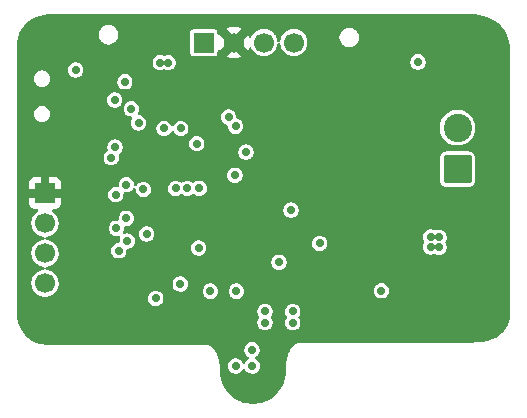
<source format=gbr>
%TF.GenerationSoftware,KiCad,Pcbnew,9.0.3+1*%
%TF.CreationDate,2025-09-03T21:21:13+02:00*%
%TF.ProjectId,Micro-VX,4d696372-6f2d-4565-982e-6b696361645f,rev?*%
%TF.SameCoordinates,Original*%
%TF.FileFunction,Copper,L3,Inr*%
%TF.FilePolarity,Positive*%
%FSLAX46Y46*%
G04 Gerber Fmt 4.6, Leading zero omitted, Abs format (unit mm)*
G04 Created by KiCad (PCBNEW 9.0.3+1) date 2025-09-03 21:21:13*
%MOMM*%
%LPD*%
G01*
G04 APERTURE LIST*
G04 Aperture macros list*
%AMRoundRect*
0 Rectangle with rounded corners*
0 $1 Rounding radius*
0 $2 $3 $4 $5 $6 $7 $8 $9 X,Y pos of 4 corners*
0 Add a 4 corners polygon primitive as box body*
4,1,4,$2,$3,$4,$5,$6,$7,$8,$9,$2,$3,0*
0 Add four circle primitives for the rounded corners*
1,1,$1+$1,$2,$3*
1,1,$1+$1,$4,$5*
1,1,$1+$1,$6,$7*
1,1,$1+$1,$8,$9*
0 Add four rect primitives between the rounded corners*
20,1,$1+$1,$2,$3,$4,$5,0*
20,1,$1+$1,$4,$5,$6,$7,0*
20,1,$1+$1,$6,$7,$8,$9,0*
20,1,$1+$1,$8,$9,$2,$3,0*%
G04 Aperture macros list end*
%TA.AperFunction,ComponentPad*%
%ADD10R,1.700000X1.700000*%
%TD*%
%TA.AperFunction,ComponentPad*%
%ADD11C,1.700000*%
%TD*%
%TA.AperFunction,ComponentPad*%
%ADD12RoundRect,0.250001X0.949999X-0.949999X0.949999X0.949999X-0.949999X0.949999X-0.949999X-0.949999X0*%
%TD*%
%TA.AperFunction,ComponentPad*%
%ADD13C,2.400000*%
%TD*%
%TA.AperFunction,ViaPad*%
%ADD14C,0.700000*%
%TD*%
G04 APERTURE END LIST*
D10*
%TO.N,GND*%
%TO.C,J3*%
X46193198Y-34534676D03*
D11*
%TO.N,+3.3V*%
X48733198Y-34534676D03*
%TO.N,I2C1_SCL*%
X51273198Y-34534676D03*
%TO.N,I2C1_SDA*%
X53813198Y-34534676D03*
%TD*%
D10*
%TO.N,+3.3V*%
%TO.C,J2*%
X32743198Y-47284676D03*
D11*
%TO.N,SWDIO*%
X32743198Y-49824676D03*
%TO.N,SWCLK*%
X32743198Y-52364676D03*
%TO.N,GND*%
X32743198Y-54904676D03*
%TD*%
D12*
%TO.N,VDC*%
%TO.C,J4*%
X67667500Y-45250000D03*
D13*
%TO.N,GND*%
X67667500Y-41750000D03*
%TD*%
D14*
%TO.N,Net-(MIC1-+)*%
X50275000Y-60550000D03*
X50289977Y-61925000D03*
%TO.N,GND*%
X48875000Y-61925000D03*
%TO.N,+3.3V*%
X46075000Y-59500000D03*
X46273198Y-40924676D03*
X43833198Y-39184676D03*
X50528198Y-53972176D03*
X41573198Y-36264676D03*
X47773198Y-39824676D03*
X48938198Y-53982176D03*
X35323198Y-41344676D03*
X42903198Y-51334676D03*
X40483198Y-37904676D03*
X49743198Y-40524676D03*
X40893198Y-36264676D03*
X55933198Y-43884676D03*
X46943198Y-40894676D03*
%TO.N,LED*%
X48813198Y-45764676D03*
X41073198Y-46964676D03*
%TO.N,I2C1_SCL*%
X42818198Y-41809676D03*
X44238198Y-41809676D03*
X45588198Y-43084676D03*
X40657654Y-41334677D03*
%TO.N,USB_D-*%
X51363198Y-57299676D03*
X39626355Y-49408271D03*
X39628197Y-46565059D03*
X39703198Y-51334676D03*
X53713198Y-57299676D03*
X38664508Y-43391671D03*
%TO.N,ACC_Pin*%
X42113198Y-56194676D03*
X38638198Y-39404676D03*
X40053198Y-40144676D03*
X44193198Y-54984676D03*
%TO.N,USB_D+*%
X51363198Y-58249676D03*
X38987676Y-52160194D03*
X38345379Y-44277899D03*
X38728198Y-47404676D03*
X53713198Y-58249676D03*
X38778199Y-50254676D03*
%TO.N,GND*%
X65393198Y-51844676D03*
X64320000Y-36170000D03*
X48873198Y-41614676D03*
X43803198Y-46884676D03*
X49753198Y-43794676D03*
X66103198Y-51024676D03*
X46743198Y-55584676D03*
X43163198Y-36234676D03*
X41343198Y-50734676D03*
X42473198Y-36224676D03*
X45793198Y-46874676D03*
X35333198Y-36854676D03*
X48943198Y-55584676D03*
X61223198Y-55544676D03*
X66103198Y-51854676D03*
X53573198Y-48714676D03*
X44780698Y-46884676D03*
X39523198Y-37854676D03*
X55993198Y-51534676D03*
X48283198Y-40844676D03*
X52543198Y-53134676D03*
X65393198Y-51004676D03*
X45743198Y-51934676D03*
%TD*%
%TA.AperFunction,Conductor*%
%TO.N,+3.3V*%
G36*
X68946472Y-32135350D02*
G01*
X68960953Y-32136117D01*
X69117970Y-32144440D01*
X69127174Y-32145274D01*
X69455752Y-32187515D01*
X69466171Y-32189311D01*
X69818808Y-32265740D01*
X69829631Y-32268603D01*
X70171161Y-32375744D01*
X70182359Y-32379861D01*
X70499772Y-32514260D01*
X70511235Y-32519826D01*
X70799799Y-32678800D01*
X70811285Y-32685973D01*
X70811551Y-32686160D01*
X71069795Y-32867739D01*
X71080937Y-32876569D01*
X71309799Y-33080368D01*
X71320184Y-33090784D01*
X71366020Y-33142565D01*
X71520258Y-33316808D01*
X71529470Y-33328574D01*
X71698174Y-33573131D01*
X71701514Y-33577973D01*
X71709233Y-33590744D01*
X71771056Y-33708505D01*
X71853468Y-33865484D01*
X71859483Y-33878792D01*
X71975998Y-34183166D01*
X71979346Y-34193167D01*
X72025629Y-34353812D01*
X72027338Y-34360424D01*
X72066665Y-34531910D01*
X72067974Y-34538407D01*
X72099144Y-34717862D01*
X72100076Y-34724191D01*
X72122941Y-34913213D01*
X72123528Y-34919348D01*
X72137563Y-35117605D01*
X72137840Y-35123509D01*
X72142665Y-35333241D01*
X72142698Y-35336093D01*
X72142698Y-57530652D01*
X72142441Y-57538636D01*
X72135663Y-57643685D01*
X72134331Y-57655491D01*
X72095872Y-57893373D01*
X72092889Y-57906944D01*
X72019823Y-58168508D01*
X72015141Y-58182150D01*
X71909858Y-58439173D01*
X71903359Y-58452656D01*
X71768047Y-58694813D01*
X71759704Y-58707779D01*
X71595494Y-58931124D01*
X71585431Y-58943139D01*
X71392249Y-59146206D01*
X71380763Y-59156846D01*
X71157451Y-59338910D01*
X71144980Y-59347852D01*
X70889357Y-59508172D01*
X70876408Y-59515256D01*
X70584022Y-59653284D01*
X70574349Y-59657360D01*
X70416942Y-59715959D01*
X70410562Y-59718138D01*
X70240100Y-59771243D01*
X70233850Y-59773012D01*
X70053812Y-59818909D01*
X70047738Y-59820296D01*
X69855748Y-59859088D01*
X69849875Y-59860128D01*
X69646863Y-59891072D01*
X69641215Y-59891801D01*
X69425629Y-59914594D01*
X69420221Y-59915046D01*
X69192129Y-59929105D01*
X69186972Y-59929315D01*
X68944436Y-59934151D01*
X68941964Y-59934176D01*
X55143405Y-59934176D01*
X54343378Y-59934176D01*
X54343358Y-59934159D01*
X54343174Y-59934176D01*
X54332028Y-59934176D01*
X54325080Y-59935843D01*
X54305788Y-59937622D01*
X54297199Y-59937356D01*
X54290449Y-59939026D01*
X54290429Y-59939014D01*
X54290266Y-59939054D01*
X54290097Y-59939070D01*
X54290069Y-59939103D01*
X54275648Y-59942690D01*
X54275535Y-59942718D01*
X54275534Y-59942717D01*
X54158889Y-59971732D01*
X54150570Y-59972900D01*
X54146190Y-59974883D01*
X54146153Y-59974870D01*
X54146004Y-59974937D01*
X54145850Y-59974976D01*
X54145823Y-59975020D01*
X54134706Y-59980084D01*
X54133943Y-59980430D01*
X53995367Y-60043561D01*
X53987554Y-60046193D01*
X53983671Y-60048888D01*
X53983623Y-60048881D01*
X53983491Y-60048972D01*
X53983344Y-60049040D01*
X53983325Y-60049088D01*
X53973205Y-60056154D01*
X53972674Y-60056524D01*
X53833405Y-60153784D01*
X53825916Y-60157876D01*
X53822133Y-60161643D01*
X53822103Y-60161643D01*
X53821986Y-60161759D01*
X53821854Y-60161852D01*
X53821845Y-60161900D01*
X53812976Y-60170762D01*
X53812340Y-60171396D01*
X53812339Y-60171398D01*
X53678865Y-60304776D01*
X53671086Y-60310962D01*
X53664956Y-60318190D01*
X53660143Y-60326872D01*
X53537913Y-60497422D01*
X53531508Y-60506361D01*
X53527813Y-60511517D01*
X53527782Y-60511526D01*
X53527691Y-60511687D01*
X53523651Y-60517327D01*
X53523648Y-60517332D01*
X53521879Y-60519800D01*
X53519011Y-60527221D01*
X53472737Y-60610039D01*
X53463421Y-60626714D01*
X53463401Y-60626722D01*
X53463321Y-60626891D01*
X53461203Y-60630683D01*
X53461203Y-60630684D01*
X53456430Y-60639231D01*
X53454717Y-60645208D01*
X53410596Y-60739134D01*
X53410597Y-60739135D01*
X53410089Y-60740217D01*
X53402539Y-60756291D01*
X53402523Y-60756299D01*
X53402456Y-60756469D01*
X53402372Y-60756649D01*
X53402375Y-60756658D01*
X53400742Y-60760140D01*
X53396422Y-60769396D01*
X53395187Y-60775050D01*
X53354338Y-60879489D01*
X53353577Y-60881436D01*
X53347198Y-60897747D01*
X53347182Y-60897756D01*
X53347121Y-60897944D01*
X53347054Y-60898117D01*
X53347058Y-60898128D01*
X53345807Y-60901334D01*
X53341832Y-60911598D01*
X53341004Y-60916980D01*
X53302877Y-61035663D01*
X53302341Y-61037333D01*
X53296807Y-61054561D01*
X53296793Y-61054570D01*
X53296745Y-61054753D01*
X53296686Y-61054939D01*
X53296692Y-61054951D01*
X53295731Y-61057949D01*
X53292201Y-61069075D01*
X53291718Y-61074201D01*
X53257597Y-61206217D01*
X53257598Y-61206218D01*
X53257404Y-61206970D01*
X53252674Y-61225272D01*
X53252662Y-61225281D01*
X53252624Y-61225464D01*
X53252575Y-61225658D01*
X53252583Y-61225671D01*
X53252579Y-61225692D01*
X53251915Y-61228268D01*
X53248344Y-61242407D01*
X53248231Y-61247248D01*
X53219126Y-61391562D01*
X53219127Y-61391563D01*
X53218755Y-61393409D01*
X53214906Y-61412496D01*
X53214894Y-61412505D01*
X53214864Y-61412702D01*
X53214827Y-61412888D01*
X53214831Y-61412894D01*
X53214268Y-61415693D01*
X53211646Y-61428877D01*
X53211732Y-61433586D01*
X53187409Y-61595790D01*
X53187410Y-61595791D01*
X53186800Y-61599857D01*
X53184421Y-61615729D01*
X53184411Y-61615738D01*
X53184391Y-61615931D01*
X53184362Y-61616126D01*
X53184363Y-61616127D01*
X53183984Y-61618661D01*
X53181652Y-61634340D01*
X53182026Y-61638968D01*
X53163792Y-61816631D01*
X53163793Y-61816632D01*
X53161725Y-61836782D01*
X53161717Y-61836790D01*
X53161705Y-61836976D01*
X53161685Y-61837181D01*
X53161693Y-61837191D01*
X53161459Y-61839483D01*
X53159948Y-61854972D01*
X53160407Y-61858947D01*
X53148744Y-62056365D01*
X53148745Y-62056366D01*
X53148223Y-62065200D01*
X53147586Y-62075999D01*
X53147578Y-62076008D01*
X53147574Y-62076212D01*
X53147563Y-62076401D01*
X53147436Y-62078558D01*
X53147436Y-62078578D01*
X53146523Y-62094257D01*
X53147157Y-62098291D01*
X53143650Y-62284178D01*
X53143648Y-62284292D01*
X53142674Y-62333524D01*
X53142621Y-62333689D01*
X53142488Y-62338281D01*
X53125876Y-62623489D01*
X53125182Y-62631225D01*
X53117615Y-62693546D01*
X53116635Y-62700133D01*
X53072987Y-62947671D01*
X53071267Y-62955815D01*
X53056649Y-63015119D01*
X53055044Y-63021006D01*
X52982356Y-63263800D01*
X52979507Y-63272207D01*
X52958908Y-63326522D01*
X52956825Y-63331664D01*
X52855158Y-63567357D01*
X52851096Y-63575870D01*
X52826143Y-63623414D01*
X52823733Y-63627788D01*
X52693050Y-63854139D01*
X52687712Y-63862580D01*
X52660838Y-63901513D01*
X52658252Y-63905120D01*
X52498238Y-64120055D01*
X52491590Y-64128234D01*
X52466118Y-64156986D01*
X52463497Y-64159853D01*
X52273367Y-64361378D01*
X52265403Y-64369097D01*
X52246152Y-64386153D01*
X52243628Y-64388330D01*
X52021536Y-64574687D01*
X52012276Y-64581743D01*
X52006360Y-64585827D01*
X52004053Y-64587381D01*
X51748982Y-64755145D01*
X51736503Y-64762350D01*
X51513790Y-64874201D01*
X51458482Y-64901978D01*
X51445242Y-64907689D01*
X51152891Y-65014097D01*
X51139076Y-65018233D01*
X50836354Y-65089979D01*
X50822154Y-65092483D01*
X50513143Y-65128602D01*
X50498747Y-65129440D01*
X50187649Y-65129440D01*
X50173253Y-65128602D01*
X49864241Y-65092483D01*
X49850041Y-65089979D01*
X49547319Y-65018233D01*
X49533504Y-65014097D01*
X49241153Y-64907689D01*
X49227917Y-64901980D01*
X48949885Y-64762346D01*
X48937413Y-64755145D01*
X48682341Y-64587381D01*
X48680034Y-64585827D01*
X48674118Y-64581743D01*
X48664869Y-64574695D01*
X48442730Y-64388299D01*
X48440267Y-64386174D01*
X48429363Y-64376515D01*
X48420991Y-64369097D01*
X48413027Y-64361378D01*
X48222897Y-64159853D01*
X48220276Y-64156986D01*
X48194804Y-64128234D01*
X48188156Y-64120055D01*
X48028113Y-63905080D01*
X48025578Y-63901544D01*
X47998668Y-63862559D01*
X47993361Y-63854167D01*
X47862655Y-63627778D01*
X47860268Y-63623445D01*
X47835288Y-63575850D01*
X47831236Y-63567357D01*
X47729569Y-63331664D01*
X47727496Y-63326547D01*
X47706882Y-63272192D01*
X47704038Y-63263800D01*
X47631350Y-63021006D01*
X47629745Y-63015119D01*
X47615127Y-62955815D01*
X47613414Y-62947706D01*
X47569751Y-62700083D01*
X47568786Y-62693596D01*
X47561208Y-62631185D01*
X47560521Y-62623526D01*
X47543908Y-62338280D01*
X47543727Y-62333743D01*
X47542664Y-62284423D01*
X47542671Y-62284393D01*
X47542661Y-62284307D01*
X47539317Y-62121808D01*
X47540109Y-62117179D01*
X47539016Y-62100697D01*
X47539002Y-62100488D01*
X47538820Y-62097683D01*
X47538818Y-62097544D01*
X47538811Y-62097537D01*
X47537931Y-62083939D01*
X47537448Y-62076432D01*
X47537449Y-62076428D01*
X47537447Y-62076419D01*
X47531818Y-61989071D01*
X48224499Y-61989071D01*
X48249497Y-62114738D01*
X48249499Y-62114744D01*
X48298533Y-62233124D01*
X48298538Y-62233133D01*
X48369723Y-62339668D01*
X48369726Y-62339672D01*
X48460327Y-62430273D01*
X48460331Y-62430276D01*
X48566866Y-62501461D01*
X48566872Y-62501464D01*
X48566873Y-62501465D01*
X48685256Y-62550501D01*
X48685260Y-62550501D01*
X48685261Y-62550502D01*
X48810928Y-62575500D01*
X48810931Y-62575500D01*
X48939071Y-62575500D01*
X49023615Y-62558682D01*
X49064744Y-62550501D01*
X49183127Y-62501465D01*
X49289669Y-62430276D01*
X49380276Y-62339669D01*
X49451465Y-62233127D01*
X49467927Y-62193383D01*
X49511767Y-62138981D01*
X49578061Y-62116915D01*
X49645760Y-62134193D01*
X49693371Y-62185330D01*
X49697049Y-62193383D01*
X49713510Y-62233123D01*
X49713515Y-62233133D01*
X49784700Y-62339668D01*
X49784703Y-62339672D01*
X49875304Y-62430273D01*
X49875308Y-62430276D01*
X49981843Y-62501461D01*
X49981849Y-62501464D01*
X49981850Y-62501465D01*
X50100233Y-62550501D01*
X50100237Y-62550501D01*
X50100238Y-62550502D01*
X50225905Y-62575500D01*
X50225908Y-62575500D01*
X50354048Y-62575500D01*
X50438592Y-62558682D01*
X50479721Y-62550501D01*
X50598104Y-62501465D01*
X50704646Y-62430276D01*
X50795253Y-62339669D01*
X50866442Y-62233127D01*
X50915478Y-62114744D01*
X50923659Y-62073615D01*
X50940477Y-61989071D01*
X50940477Y-61860928D01*
X50915479Y-61735261D01*
X50915478Y-61735260D01*
X50915478Y-61735256D01*
X50866445Y-61616881D01*
X50866443Y-61616875D01*
X50866438Y-61616866D01*
X50795253Y-61510331D01*
X50795250Y-61510327D01*
X50704649Y-61419726D01*
X50704645Y-61419723D01*
X50598110Y-61348538D01*
X50598096Y-61348530D01*
X50597809Y-61348412D01*
X50597681Y-61348309D01*
X50592734Y-61345665D01*
X50593235Y-61344726D01*
X50543407Y-61304569D01*
X50521345Y-61238274D01*
X50538627Y-61170575D01*
X50579295Y-61131696D01*
X50578062Y-61129850D01*
X50634329Y-61092252D01*
X50689669Y-61055276D01*
X50780276Y-60964669D01*
X50851465Y-60858127D01*
X50900501Y-60739744D01*
X50913449Y-60674652D01*
X50925500Y-60614071D01*
X50925500Y-60485928D01*
X50900502Y-60360261D01*
X50900501Y-60360260D01*
X50900501Y-60360256D01*
X50851465Y-60241873D01*
X50851464Y-60241872D01*
X50851461Y-60241866D01*
X50780276Y-60135331D01*
X50780273Y-60135327D01*
X50689672Y-60044726D01*
X50689668Y-60044723D01*
X50583133Y-59973538D01*
X50583124Y-59973533D01*
X50464744Y-59924499D01*
X50464738Y-59924497D01*
X50339071Y-59899500D01*
X50339069Y-59899500D01*
X50210931Y-59899500D01*
X50210929Y-59899500D01*
X50085261Y-59924497D01*
X50085255Y-59924499D01*
X49966875Y-59973533D01*
X49966866Y-59973538D01*
X49860331Y-60044723D01*
X49860327Y-60044726D01*
X49769726Y-60135327D01*
X49769723Y-60135331D01*
X49698538Y-60241866D01*
X49698533Y-60241875D01*
X49649499Y-60360255D01*
X49649497Y-60360261D01*
X49624500Y-60485928D01*
X49624500Y-60485931D01*
X49624500Y-60614069D01*
X49624500Y-60614071D01*
X49624499Y-60614071D01*
X49649497Y-60739738D01*
X49649499Y-60739744D01*
X49698533Y-60858124D01*
X49698538Y-60858133D01*
X49769723Y-60964668D01*
X49769726Y-60964672D01*
X49860327Y-61055273D01*
X49860331Y-61055276D01*
X49966866Y-61126461D01*
X49966870Y-61126463D01*
X49966873Y-61126465D01*
X49967158Y-61126583D01*
X49967283Y-61126684D01*
X49972243Y-61129335D01*
X49971740Y-61130275D01*
X50021563Y-61170421D01*
X50043631Y-61236715D01*
X50026355Y-61304415D01*
X49985691Y-61343318D01*
X49986915Y-61345150D01*
X49875308Y-61419723D01*
X49875304Y-61419726D01*
X49784703Y-61510327D01*
X49784700Y-61510331D01*
X49713515Y-61616866D01*
X49713507Y-61616881D01*
X49697048Y-61656617D01*
X49653207Y-61711020D01*
X49586912Y-61733084D01*
X49519213Y-61715804D01*
X49471603Y-61664666D01*
X49467927Y-61656615D01*
X49451468Y-61616879D01*
X49451461Y-61616866D01*
X49380276Y-61510331D01*
X49380273Y-61510327D01*
X49289672Y-61419726D01*
X49289668Y-61419723D01*
X49183133Y-61348538D01*
X49183124Y-61348533D01*
X49064744Y-61299499D01*
X49064738Y-61299497D01*
X48939071Y-61274500D01*
X48939069Y-61274500D01*
X48810931Y-61274500D01*
X48810929Y-61274500D01*
X48685261Y-61299497D01*
X48685255Y-61299499D01*
X48566875Y-61348533D01*
X48566866Y-61348538D01*
X48460331Y-61419723D01*
X48460327Y-61419726D01*
X48369726Y-61510327D01*
X48369723Y-61510331D01*
X48298538Y-61616866D01*
X48298533Y-61616875D01*
X48249499Y-61735255D01*
X48249497Y-61735261D01*
X48224500Y-61860928D01*
X48224500Y-61860931D01*
X48224500Y-61989069D01*
X48224500Y-61989071D01*
X48224499Y-61989071D01*
X47531818Y-61989071D01*
X47526206Y-61901987D01*
X47526839Y-61896826D01*
X47525100Y-61881966D01*
X47524479Y-61874931D01*
X47523723Y-61862259D01*
X47522333Y-61857409D01*
X47503845Y-61692276D01*
X47502021Y-61675957D01*
X47502028Y-61675949D01*
X47502006Y-61675816D01*
X47501647Y-61672603D01*
X47501649Y-61672588D01*
X47501630Y-61672447D01*
X47500242Y-61659885D01*
X47498617Y-61655106D01*
X47474926Y-61510301D01*
X47470966Y-61486012D01*
X47470971Y-61485970D01*
X47470899Y-61485593D01*
X47469161Y-61474705D01*
X47467158Y-61469639D01*
X47456172Y-61419723D01*
X47438298Y-61338505D01*
X47433739Y-61317740D01*
X47433740Y-61317739D01*
X47433736Y-61317725D01*
X47432911Y-61313967D01*
X47432913Y-61313927D01*
X47432827Y-61313581D01*
X47430257Y-61301695D01*
X47427730Y-61296441D01*
X47411320Y-61238274D01*
X47395190Y-61181100D01*
X47389547Y-61161063D01*
X47389549Y-61161060D01*
X47389537Y-61161026D01*
X47388431Y-61157099D01*
X47388431Y-61157066D01*
X47388347Y-61156800D01*
X47385637Y-61147087D01*
X47382824Y-61141895D01*
X47346157Y-61037380D01*
X47337518Y-61012706D01*
X47337515Y-61012658D01*
X47337381Y-61012312D01*
X47334340Y-61003532D01*
X47331027Y-60998272D01*
X47283392Y-60886820D01*
X47283401Y-60886790D01*
X47283310Y-60886627D01*
X47283241Y-60886466D01*
X47283234Y-60886463D01*
X47280722Y-60880589D01*
X47280721Y-60880587D01*
X47279405Y-60877516D01*
X47274810Y-60871445D01*
X47267357Y-60858133D01*
X47164602Y-60674589D01*
X47157116Y-60661199D01*
X47157120Y-60661171D01*
X47157051Y-60661084D01*
X47154066Y-60655744D01*
X47148125Y-60649736D01*
X47139861Y-60639231D01*
X47022473Y-60490009D01*
X47014125Y-60479374D01*
X47014124Y-60479351D01*
X47014063Y-60479296D01*
X47010599Y-60474883D01*
X47003620Y-60469841D01*
X46867681Y-60346758D01*
X46867621Y-60346703D01*
X46857621Y-60337637D01*
X46857614Y-60337605D01*
X46857522Y-60337547D01*
X46853747Y-60334125D01*
X46846106Y-60330394D01*
X46703481Y-60241041D01*
X46702800Y-60240616D01*
X46691713Y-60233670D01*
X46691694Y-60233625D01*
X46691546Y-60233565D01*
X46691406Y-60233478D01*
X46691376Y-60233484D01*
X46687231Y-60230896D01*
X46679184Y-60228614D01*
X46537653Y-60171927D01*
X46537653Y-60171928D01*
X46524652Y-60166721D01*
X46524625Y-60166679D01*
X46524463Y-60166645D01*
X46524315Y-60166586D01*
X46524302Y-60166591D01*
X46519699Y-60164751D01*
X46511328Y-60163917D01*
X46397013Y-60140172D01*
X46396334Y-60140031D01*
X46380878Y-60136821D01*
X46380854Y-60136793D01*
X46380687Y-60136781D01*
X46380512Y-60136745D01*
X46380499Y-60136752D01*
X46373336Y-60135269D01*
X46365160Y-60135701D01*
X46363559Y-60135589D01*
X46357557Y-60134176D01*
X46343405Y-60134176D01*
X46343213Y-60134176D01*
X46343026Y-60134163D01*
X46343011Y-60134176D01*
X35143405Y-60134176D01*
X33144759Y-60134176D01*
X33141709Y-60134138D01*
X32946406Y-60129333D01*
X32940077Y-60129016D01*
X32756337Y-60115078D01*
X32749747Y-60114400D01*
X32575328Y-60091749D01*
X32568524Y-60090673D01*
X32403582Y-60059857D01*
X32396599Y-60058343D01*
X32239492Y-60019507D01*
X32232395Y-60017527D01*
X32086170Y-59972012D01*
X32075473Y-59968136D01*
X31799068Y-59853370D01*
X31784961Y-59846433D01*
X31657047Y-59773125D01*
X31537497Y-59704610D01*
X31524185Y-59695796D01*
X31301212Y-59526510D01*
X31289200Y-59516112D01*
X31114845Y-59344455D01*
X31088847Y-59318859D01*
X31078526Y-59307344D01*
X30899971Y-59081209D01*
X30891516Y-59069078D01*
X30735023Y-58813285D01*
X30728430Y-58801007D01*
X30595441Y-58516007D01*
X30590563Y-58503938D01*
X30570806Y-58446552D01*
X30483571Y-58193164D01*
X30480195Y-58181541D01*
X30402614Y-57855614D01*
X30400492Y-57844444D01*
X30400367Y-57843567D01*
X30356032Y-57533327D01*
X30355013Y-57523274D01*
X30345443Y-57363747D01*
X50712697Y-57363747D01*
X50737695Y-57489414D01*
X50737697Y-57489420D01*
X50786731Y-57607800D01*
X50786736Y-57607809D01*
X50852202Y-57705785D01*
X50873080Y-57772463D01*
X50854595Y-57839843D01*
X50852202Y-57843567D01*
X50786736Y-57941542D01*
X50786731Y-57941551D01*
X50737697Y-58059931D01*
X50737695Y-58059937D01*
X50712698Y-58185604D01*
X50712698Y-58185607D01*
X50712698Y-58313745D01*
X50712698Y-58313747D01*
X50712697Y-58313747D01*
X50737695Y-58439414D01*
X50737697Y-58439420D01*
X50786731Y-58557800D01*
X50786736Y-58557809D01*
X50857921Y-58664344D01*
X50857924Y-58664348D01*
X50948525Y-58754949D01*
X50948529Y-58754952D01*
X51055064Y-58826137D01*
X51055070Y-58826140D01*
X51055071Y-58826141D01*
X51173454Y-58875177D01*
X51173458Y-58875177D01*
X51173459Y-58875178D01*
X51299126Y-58900176D01*
X51299129Y-58900176D01*
X51427269Y-58900176D01*
X51511813Y-58883358D01*
X51552942Y-58875177D01*
X51671325Y-58826141D01*
X51777867Y-58754952D01*
X51868474Y-58664345D01*
X51939663Y-58557803D01*
X51988699Y-58439420D01*
X52013698Y-58313745D01*
X52013698Y-58185607D01*
X52013698Y-58185604D01*
X51988700Y-58059937D01*
X51988699Y-58059936D01*
X51988699Y-58059932D01*
X51939663Y-57941549D01*
X51874191Y-57843564D01*
X51853315Y-57776890D01*
X51871799Y-57709510D01*
X51874161Y-57705833D01*
X51939663Y-57607803D01*
X51988699Y-57489420D01*
X52013698Y-57363747D01*
X53062697Y-57363747D01*
X53087695Y-57489414D01*
X53087697Y-57489420D01*
X53136731Y-57607800D01*
X53136736Y-57607809D01*
X53202202Y-57705785D01*
X53223080Y-57772463D01*
X53204595Y-57839843D01*
X53202202Y-57843567D01*
X53136736Y-57941542D01*
X53136731Y-57941551D01*
X53087697Y-58059931D01*
X53087695Y-58059937D01*
X53062698Y-58185604D01*
X53062698Y-58185607D01*
X53062698Y-58313745D01*
X53062698Y-58313747D01*
X53062697Y-58313747D01*
X53087695Y-58439414D01*
X53087697Y-58439420D01*
X53136731Y-58557800D01*
X53136736Y-58557809D01*
X53207921Y-58664344D01*
X53207924Y-58664348D01*
X53298525Y-58754949D01*
X53298529Y-58754952D01*
X53405064Y-58826137D01*
X53405070Y-58826140D01*
X53405071Y-58826141D01*
X53523454Y-58875177D01*
X53523458Y-58875177D01*
X53523459Y-58875178D01*
X53649126Y-58900176D01*
X53649129Y-58900176D01*
X53777269Y-58900176D01*
X53861813Y-58883358D01*
X53902942Y-58875177D01*
X54021325Y-58826141D01*
X54127867Y-58754952D01*
X54218474Y-58664345D01*
X54289663Y-58557803D01*
X54338699Y-58439420D01*
X54363698Y-58313745D01*
X54363698Y-58185607D01*
X54363698Y-58185604D01*
X54338700Y-58059937D01*
X54338699Y-58059936D01*
X54338699Y-58059932D01*
X54289663Y-57941549D01*
X54224191Y-57843564D01*
X54203315Y-57776890D01*
X54221799Y-57709510D01*
X54224161Y-57705833D01*
X54289663Y-57607803D01*
X54338699Y-57489420D01*
X54363698Y-57363745D01*
X54363698Y-57235607D01*
X54363698Y-57235604D01*
X54338700Y-57109937D01*
X54338699Y-57109936D01*
X54338699Y-57109932D01*
X54289663Y-56991549D01*
X54289662Y-56991548D01*
X54289659Y-56991542D01*
X54218474Y-56885007D01*
X54218471Y-56885003D01*
X54127870Y-56794402D01*
X54127866Y-56794399D01*
X54021331Y-56723214D01*
X54021322Y-56723209D01*
X53902942Y-56674175D01*
X53902936Y-56674173D01*
X53777269Y-56649176D01*
X53777267Y-56649176D01*
X53649129Y-56649176D01*
X53649127Y-56649176D01*
X53523459Y-56674173D01*
X53523453Y-56674175D01*
X53405073Y-56723209D01*
X53405064Y-56723214D01*
X53298529Y-56794399D01*
X53298525Y-56794402D01*
X53207924Y-56885003D01*
X53207921Y-56885007D01*
X53136736Y-56991542D01*
X53136731Y-56991551D01*
X53087697Y-57109931D01*
X53087695Y-57109937D01*
X53062698Y-57235604D01*
X53062698Y-57235607D01*
X53062698Y-57363745D01*
X53062698Y-57363747D01*
X53062697Y-57363747D01*
X52013698Y-57363747D01*
X52013698Y-57363745D01*
X52013698Y-57235607D01*
X52013698Y-57235604D01*
X51988700Y-57109937D01*
X51988699Y-57109936D01*
X51988699Y-57109932D01*
X51939663Y-56991549D01*
X51939662Y-56991548D01*
X51939659Y-56991542D01*
X51868474Y-56885007D01*
X51868471Y-56885003D01*
X51777870Y-56794402D01*
X51777866Y-56794399D01*
X51671331Y-56723214D01*
X51671322Y-56723209D01*
X51552942Y-56674175D01*
X51552936Y-56674173D01*
X51427269Y-56649176D01*
X51427267Y-56649176D01*
X51299129Y-56649176D01*
X51299127Y-56649176D01*
X51173459Y-56674173D01*
X51173453Y-56674175D01*
X51055073Y-56723209D01*
X51055064Y-56723214D01*
X50948529Y-56794399D01*
X50948525Y-56794402D01*
X50857924Y-56885003D01*
X50857921Y-56885007D01*
X50786736Y-56991542D01*
X50786731Y-56991551D01*
X50737697Y-57109931D01*
X50737695Y-57109937D01*
X50712698Y-57235604D01*
X50712698Y-57235607D01*
X50712698Y-57363745D01*
X50712698Y-57363747D01*
X50712697Y-57363747D01*
X30345443Y-57363747D01*
X30343919Y-57338340D01*
X30343698Y-57330946D01*
X30343698Y-56258747D01*
X41462697Y-56258747D01*
X41487695Y-56384414D01*
X41487697Y-56384420D01*
X41536731Y-56502800D01*
X41536736Y-56502809D01*
X41607921Y-56609344D01*
X41607924Y-56609348D01*
X41698525Y-56699949D01*
X41698529Y-56699952D01*
X41805064Y-56771137D01*
X41805070Y-56771140D01*
X41805071Y-56771141D01*
X41923454Y-56820177D01*
X41923458Y-56820177D01*
X41923459Y-56820178D01*
X42049126Y-56845176D01*
X42049129Y-56845176D01*
X42177269Y-56845176D01*
X42261813Y-56828358D01*
X42302942Y-56820177D01*
X42421325Y-56771141D01*
X42527867Y-56699952D01*
X42618474Y-56609345D01*
X42689663Y-56502803D01*
X42738699Y-56384420D01*
X42763698Y-56258745D01*
X42763698Y-56130607D01*
X42763698Y-56130604D01*
X42738700Y-56004937D01*
X42738699Y-56004936D01*
X42738699Y-56004932D01*
X42692256Y-55892809D01*
X42689664Y-55886551D01*
X42689659Y-55886542D01*
X42618474Y-55780007D01*
X42618471Y-55780003D01*
X42527870Y-55689402D01*
X42527866Y-55689399D01*
X42467026Y-55648747D01*
X46092697Y-55648747D01*
X46117695Y-55774414D01*
X46117697Y-55774420D01*
X46166731Y-55892800D01*
X46166736Y-55892809D01*
X46237921Y-55999344D01*
X46237924Y-55999348D01*
X46328525Y-56089949D01*
X46328529Y-56089952D01*
X46435064Y-56161137D01*
X46435070Y-56161140D01*
X46435071Y-56161141D01*
X46553454Y-56210177D01*
X46553458Y-56210177D01*
X46553459Y-56210178D01*
X46679126Y-56235176D01*
X46679129Y-56235176D01*
X46807269Y-56235176D01*
X46891813Y-56218358D01*
X46932942Y-56210177D01*
X47051325Y-56161141D01*
X47157867Y-56089952D01*
X47248474Y-55999345D01*
X47319663Y-55892803D01*
X47368699Y-55774420D01*
X47385611Y-55689399D01*
X47393698Y-55648747D01*
X48292697Y-55648747D01*
X48317695Y-55774414D01*
X48317697Y-55774420D01*
X48366731Y-55892800D01*
X48366736Y-55892809D01*
X48437921Y-55999344D01*
X48437924Y-55999348D01*
X48528525Y-56089949D01*
X48528529Y-56089952D01*
X48635064Y-56161137D01*
X48635070Y-56161140D01*
X48635071Y-56161141D01*
X48753454Y-56210177D01*
X48753458Y-56210177D01*
X48753459Y-56210178D01*
X48879126Y-56235176D01*
X48879129Y-56235176D01*
X49007269Y-56235176D01*
X49091813Y-56218358D01*
X49132942Y-56210177D01*
X49251325Y-56161141D01*
X49357867Y-56089952D01*
X49448474Y-55999345D01*
X49519663Y-55892803D01*
X49568699Y-55774420D01*
X49585611Y-55689399D01*
X49593698Y-55648747D01*
X49593698Y-55608747D01*
X60572697Y-55608747D01*
X60597695Y-55734414D01*
X60597697Y-55734420D01*
X60646731Y-55852800D01*
X60646736Y-55852809D01*
X60717921Y-55959344D01*
X60717924Y-55959348D01*
X60808525Y-56049949D01*
X60808529Y-56049952D01*
X60915064Y-56121137D01*
X60915070Y-56121140D01*
X60915071Y-56121141D01*
X61033454Y-56170177D01*
X61033458Y-56170177D01*
X61033459Y-56170178D01*
X61159126Y-56195176D01*
X61159129Y-56195176D01*
X61287269Y-56195176D01*
X61371813Y-56178358D01*
X61412942Y-56170177D01*
X61531325Y-56121141D01*
X61637867Y-56049952D01*
X61728474Y-55959345D01*
X61799663Y-55852803D01*
X61848699Y-55734420D01*
X61865741Y-55648745D01*
X61873698Y-55608747D01*
X61873698Y-55480604D01*
X61848700Y-55354937D01*
X61848699Y-55354936D01*
X61848699Y-55354932D01*
X61799663Y-55236549D01*
X61799662Y-55236548D01*
X61799659Y-55236542D01*
X61728474Y-55130007D01*
X61728471Y-55130003D01*
X61637870Y-55039402D01*
X61637866Y-55039399D01*
X61531331Y-54968214D01*
X61531322Y-54968209D01*
X61412942Y-54919175D01*
X61412936Y-54919173D01*
X61287269Y-54894176D01*
X61287267Y-54894176D01*
X61159129Y-54894176D01*
X61159127Y-54894176D01*
X61033459Y-54919173D01*
X61033453Y-54919175D01*
X60915073Y-54968209D01*
X60915064Y-54968214D01*
X60808529Y-55039399D01*
X60808525Y-55039402D01*
X60717924Y-55130003D01*
X60717921Y-55130007D01*
X60646736Y-55236542D01*
X60646731Y-55236551D01*
X60597697Y-55354931D01*
X60597695Y-55354937D01*
X60572698Y-55480604D01*
X60572698Y-55480607D01*
X60572698Y-55608745D01*
X60572698Y-55608747D01*
X60572697Y-55608747D01*
X49593698Y-55608747D01*
X49593698Y-55520605D01*
X49589342Y-55498708D01*
X49589342Y-55498707D01*
X49568700Y-55394937D01*
X49568699Y-55394936D01*
X49568699Y-55394932D01*
X49519663Y-55276549D01*
X49519662Y-55276548D01*
X49519659Y-55276542D01*
X49448474Y-55170007D01*
X49448471Y-55170003D01*
X49357870Y-55079402D01*
X49357866Y-55079399D01*
X49251331Y-55008214D01*
X49251322Y-55008209D01*
X49132942Y-54959175D01*
X49132936Y-54959173D01*
X49007269Y-54934176D01*
X49007267Y-54934176D01*
X48879129Y-54934176D01*
X48879127Y-54934176D01*
X48753459Y-54959173D01*
X48753453Y-54959175D01*
X48635073Y-55008209D01*
X48635064Y-55008214D01*
X48528529Y-55079399D01*
X48528525Y-55079402D01*
X48437924Y-55170003D01*
X48437921Y-55170007D01*
X48366736Y-55276542D01*
X48366731Y-55276551D01*
X48317697Y-55394931D01*
X48317695Y-55394937D01*
X48292698Y-55520604D01*
X48292698Y-55520605D01*
X48292698Y-55520607D01*
X48292698Y-55648745D01*
X48292698Y-55648747D01*
X48292697Y-55648747D01*
X47393698Y-55648747D01*
X47393698Y-55520604D01*
X47368700Y-55394937D01*
X47368699Y-55394936D01*
X47368699Y-55394932D01*
X47319663Y-55276549D01*
X47319662Y-55276548D01*
X47319659Y-55276542D01*
X47248474Y-55170007D01*
X47248471Y-55170003D01*
X47157870Y-55079402D01*
X47157866Y-55079399D01*
X47051331Y-55008214D01*
X47051322Y-55008209D01*
X46932942Y-54959175D01*
X46932936Y-54959173D01*
X46807269Y-54934176D01*
X46807267Y-54934176D01*
X46679129Y-54934176D01*
X46679127Y-54934176D01*
X46553459Y-54959173D01*
X46553453Y-54959175D01*
X46435073Y-55008209D01*
X46435064Y-55008214D01*
X46328529Y-55079399D01*
X46328525Y-55079402D01*
X46237924Y-55170003D01*
X46237921Y-55170007D01*
X46166736Y-55276542D01*
X46166731Y-55276551D01*
X46117697Y-55394931D01*
X46117695Y-55394937D01*
X46092698Y-55520604D01*
X46092698Y-55520605D01*
X46092698Y-55520607D01*
X46092698Y-55648745D01*
X46092698Y-55648747D01*
X46092697Y-55648747D01*
X42467026Y-55648747D01*
X42421331Y-55618214D01*
X42421322Y-55618209D01*
X42302942Y-55569175D01*
X42302936Y-55569173D01*
X42177269Y-55544176D01*
X42177267Y-55544176D01*
X42049129Y-55544176D01*
X42049127Y-55544176D01*
X41923459Y-55569173D01*
X41923453Y-55569175D01*
X41805073Y-55618209D01*
X41805064Y-55618214D01*
X41698529Y-55689399D01*
X41698525Y-55689402D01*
X41607924Y-55780003D01*
X41607921Y-55780007D01*
X41536736Y-55886542D01*
X41536731Y-55886551D01*
X41487697Y-56004931D01*
X41487695Y-56004937D01*
X41462698Y-56130604D01*
X41462698Y-56130607D01*
X41462698Y-56258745D01*
X41462698Y-56258747D01*
X41462697Y-56258747D01*
X30343698Y-56258747D01*
X30343698Y-47659676D01*
X31393198Y-47659676D01*
X31393198Y-48182520D01*
X31399599Y-48242048D01*
X31399601Y-48242055D01*
X31449843Y-48376762D01*
X31449847Y-48376769D01*
X31536007Y-48491863D01*
X31536010Y-48491866D01*
X31651104Y-48578026D01*
X31651111Y-48578030D01*
X31785818Y-48628272D01*
X31785825Y-48628274D01*
X31845353Y-48634675D01*
X31845370Y-48634676D01*
X32042111Y-48634676D01*
X32109150Y-48654361D01*
X32154905Y-48707165D01*
X32164849Y-48776323D01*
X32135824Y-48839879D01*
X32114996Y-48858994D01*
X31993702Y-48947117D01*
X31865643Y-49075176D01*
X31865639Y-49075181D01*
X31759204Y-49221678D01*
X31676986Y-49383036D01*
X31676985Y-49383039D01*
X31621027Y-49555265D01*
X31592698Y-49734124D01*
X31592698Y-49915227D01*
X31621027Y-50094086D01*
X31676985Y-50266312D01*
X31676986Y-50266315D01*
X31721755Y-50354176D01*
X31758627Y-50426542D01*
X31759204Y-50427673D01*
X31865639Y-50574170D01*
X31865643Y-50574175D01*
X31993698Y-50702230D01*
X31993703Y-50702234D01*
X32070747Y-50758209D01*
X32140204Y-50808672D01*
X32245682Y-50862416D01*
X32301558Y-50890887D01*
X32301561Y-50890888D01*
X32387674Y-50918867D01*
X32473789Y-50946847D01*
X32545526Y-50958209D01*
X32633876Y-50972203D01*
X32697011Y-51002132D01*
X32733942Y-51061444D01*
X32732944Y-51131307D01*
X32694334Y-51189539D01*
X32633876Y-51217149D01*
X32473787Y-51242505D01*
X32301561Y-51298463D01*
X32301558Y-51298464D01*
X32140200Y-51380682D01*
X31993703Y-51487117D01*
X31993698Y-51487121D01*
X31865643Y-51615176D01*
X31865639Y-51615181D01*
X31759204Y-51761678D01*
X31676986Y-51923036D01*
X31676985Y-51923039D01*
X31621027Y-52095265D01*
X31592698Y-52274124D01*
X31592698Y-52455227D01*
X31621027Y-52634086D01*
X31676985Y-52806312D01*
X31676986Y-52806315D01*
X31732862Y-52915976D01*
X31759201Y-52967669D01*
X31759204Y-52967673D01*
X31865639Y-53114170D01*
X31865643Y-53114175D01*
X31993698Y-53242230D01*
X31993703Y-53242234D01*
X32106824Y-53324420D01*
X32140204Y-53348672D01*
X32245682Y-53402416D01*
X32301558Y-53430887D01*
X32301561Y-53430888D01*
X32387674Y-53458867D01*
X32473789Y-53486847D01*
X32546837Y-53498416D01*
X32633876Y-53512203D01*
X32697011Y-53542132D01*
X32733942Y-53601444D01*
X32732944Y-53671307D01*
X32694334Y-53729539D01*
X32633876Y-53757149D01*
X32473787Y-53782505D01*
X32301561Y-53838463D01*
X32301558Y-53838464D01*
X32140200Y-53920682D01*
X31993703Y-54027117D01*
X31993698Y-54027121D01*
X31865643Y-54155176D01*
X31865639Y-54155181D01*
X31759204Y-54301678D01*
X31676986Y-54463036D01*
X31676985Y-54463039D01*
X31621027Y-54635265D01*
X31592698Y-54814124D01*
X31592698Y-54995227D01*
X31621027Y-55174086D01*
X31676985Y-55346312D01*
X31676986Y-55346315D01*
X31759204Y-55507673D01*
X31865639Y-55654170D01*
X31865643Y-55654175D01*
X31993698Y-55782230D01*
X31993703Y-55782234D01*
X32121485Y-55875072D01*
X32140204Y-55888672D01*
X32245682Y-55942416D01*
X32301558Y-55970887D01*
X32301561Y-55970888D01*
X32387674Y-55998867D01*
X32473789Y-56026847D01*
X32556627Y-56039967D01*
X32652647Y-56055176D01*
X32652652Y-56055176D01*
X32833749Y-56055176D01*
X32920457Y-56041441D01*
X33012607Y-56026847D01*
X33056505Y-56012583D01*
X33074972Y-56006584D01*
X33074972Y-56006583D01*
X33184837Y-55970887D01*
X33346192Y-55888672D01*
X33492699Y-55782229D01*
X33620751Y-55654177D01*
X33727194Y-55507670D01*
X33809409Y-55346315D01*
X33865369Y-55174085D01*
X33885220Y-55048747D01*
X43542697Y-55048747D01*
X43567695Y-55174414D01*
X43567697Y-55174420D01*
X43616731Y-55292800D01*
X43616736Y-55292809D01*
X43687921Y-55399344D01*
X43687924Y-55399348D01*
X43778525Y-55489949D01*
X43778529Y-55489952D01*
X43885064Y-55561137D01*
X43885070Y-55561140D01*
X43885071Y-55561141D01*
X44003454Y-55610177D01*
X44003458Y-55610177D01*
X44003459Y-55610178D01*
X44129126Y-55635176D01*
X44129129Y-55635176D01*
X44257269Y-55635176D01*
X44342564Y-55618209D01*
X44382942Y-55610177D01*
X44501325Y-55561141D01*
X44607867Y-55489952D01*
X44617215Y-55480604D01*
X44670986Y-55426834D01*
X44698471Y-55399348D01*
X44698474Y-55399345D01*
X44769663Y-55292803D01*
X44818699Y-55174420D01*
X44837600Y-55079400D01*
X44843698Y-55048747D01*
X44843698Y-54920604D01*
X44818700Y-54794937D01*
X44818699Y-54794936D01*
X44818699Y-54794932D01*
X44769663Y-54676549D01*
X44769662Y-54676548D01*
X44769659Y-54676542D01*
X44698474Y-54570007D01*
X44698471Y-54570003D01*
X44607870Y-54479402D01*
X44607866Y-54479399D01*
X44501331Y-54408214D01*
X44501322Y-54408209D01*
X44382942Y-54359175D01*
X44382936Y-54359173D01*
X44257269Y-54334176D01*
X44257267Y-54334176D01*
X44129129Y-54334176D01*
X44129127Y-54334176D01*
X44003459Y-54359173D01*
X44003453Y-54359175D01*
X43885073Y-54408209D01*
X43885064Y-54408214D01*
X43778529Y-54479399D01*
X43778525Y-54479402D01*
X43687924Y-54570003D01*
X43687921Y-54570007D01*
X43616736Y-54676542D01*
X43616731Y-54676551D01*
X43567697Y-54794931D01*
X43567695Y-54794937D01*
X43542698Y-54920604D01*
X43542698Y-54920607D01*
X43542698Y-55048745D01*
X43542698Y-55048747D01*
X43542697Y-55048747D01*
X33885220Y-55048747D01*
X33886701Y-55039399D01*
X33893698Y-54995227D01*
X33893698Y-54814124D01*
X33877217Y-54710073D01*
X33865369Y-54635267D01*
X33837389Y-54549152D01*
X33809410Y-54463039D01*
X33809409Y-54463036D01*
X33756487Y-54359173D01*
X33727194Y-54301682D01*
X33713594Y-54282963D01*
X33620756Y-54155181D01*
X33620752Y-54155176D01*
X33492697Y-54027121D01*
X33492692Y-54027117D01*
X33346195Y-53920682D01*
X33346194Y-53920681D01*
X33346192Y-53920680D01*
X33294498Y-53894340D01*
X33184837Y-53838464D01*
X33184834Y-53838463D01*
X33012608Y-53782505D01*
X32852519Y-53757149D01*
X32789384Y-53727220D01*
X32752453Y-53667908D01*
X32753451Y-53598046D01*
X32792061Y-53539813D01*
X32852519Y-53512203D01*
X32922623Y-53501098D01*
X33012607Y-53486847D01*
X33184837Y-53430887D01*
X33346192Y-53348672D01*
X33492699Y-53242229D01*
X33536181Y-53198747D01*
X51892697Y-53198747D01*
X51917695Y-53324414D01*
X51917697Y-53324420D01*
X51966731Y-53442800D01*
X51966736Y-53442809D01*
X52037921Y-53549344D01*
X52037924Y-53549348D01*
X52128525Y-53639949D01*
X52128529Y-53639952D01*
X52235064Y-53711137D01*
X52235070Y-53711140D01*
X52235071Y-53711141D01*
X52353454Y-53760177D01*
X52353458Y-53760177D01*
X52353459Y-53760178D01*
X52479126Y-53785176D01*
X52479129Y-53785176D01*
X52607269Y-53785176D01*
X52691813Y-53768358D01*
X52732942Y-53760177D01*
X52851325Y-53711141D01*
X52957867Y-53639952D01*
X53048474Y-53549345D01*
X53119663Y-53442803D01*
X53168699Y-53324420D01*
X53193698Y-53198745D01*
X53193698Y-53070607D01*
X53193698Y-53070604D01*
X53168700Y-52944937D01*
X53168699Y-52944936D01*
X53168699Y-52944932D01*
X53119663Y-52826549D01*
X53119662Y-52826548D01*
X53119659Y-52826542D01*
X53048474Y-52720007D01*
X53048471Y-52720003D01*
X52957870Y-52629402D01*
X52957866Y-52629399D01*
X52851331Y-52558214D01*
X52851322Y-52558209D01*
X52732942Y-52509175D01*
X52732936Y-52509173D01*
X52607269Y-52484176D01*
X52607267Y-52484176D01*
X52479129Y-52484176D01*
X52479127Y-52484176D01*
X52353459Y-52509173D01*
X52353453Y-52509175D01*
X52235073Y-52558209D01*
X52235064Y-52558214D01*
X52128529Y-52629399D01*
X52128525Y-52629402D01*
X52037924Y-52720003D01*
X52037921Y-52720007D01*
X51966736Y-52826542D01*
X51966731Y-52826551D01*
X51917697Y-52944931D01*
X51917695Y-52944937D01*
X51892698Y-53070604D01*
X51892698Y-53070607D01*
X51892698Y-53198745D01*
X51892698Y-53198747D01*
X51892697Y-53198747D01*
X33536181Y-53198747D01*
X33620751Y-53114177D01*
X33727194Y-52967670D01*
X33809409Y-52806315D01*
X33865369Y-52634085D01*
X33884841Y-52511142D01*
X33893698Y-52455227D01*
X33893698Y-52274124D01*
X33877217Y-52170073D01*
X33865369Y-52095267D01*
X33821477Y-51960178D01*
X33809410Y-51923039D01*
X33809409Y-51923036D01*
X33773244Y-51852060D01*
X33727194Y-51761682D01*
X33656905Y-51664937D01*
X33620756Y-51615181D01*
X33620752Y-51615176D01*
X33492697Y-51487121D01*
X33492692Y-51487117D01*
X33346195Y-51380682D01*
X33346194Y-51380681D01*
X33346192Y-51380680D01*
X33276031Y-51344931D01*
X33184837Y-51298464D01*
X33184834Y-51298463D01*
X33012608Y-51242505D01*
X32852519Y-51217149D01*
X32789384Y-51187220D01*
X32752453Y-51127908D01*
X32753451Y-51058046D01*
X32792061Y-50999813D01*
X32852519Y-50972203D01*
X32925748Y-50960604D01*
X33012607Y-50946847D01*
X33184837Y-50890887D01*
X33346192Y-50808672D01*
X33492699Y-50702229D01*
X33620751Y-50574177D01*
X33727194Y-50427670D01*
X33782693Y-50318747D01*
X38127698Y-50318747D01*
X38152696Y-50444414D01*
X38152698Y-50444420D01*
X38201732Y-50562800D01*
X38201737Y-50562809D01*
X38272922Y-50669344D01*
X38272925Y-50669348D01*
X38363526Y-50759949D01*
X38363530Y-50759952D01*
X38470065Y-50831137D01*
X38470071Y-50831140D01*
X38470072Y-50831141D01*
X38588455Y-50880177D01*
X38588459Y-50880177D01*
X38588460Y-50880178D01*
X38714127Y-50905176D01*
X38714130Y-50905176D01*
X38842270Y-50905176D01*
X38947839Y-50884176D01*
X38967943Y-50880177D01*
X38967945Y-50880175D01*
X38968000Y-50880160D01*
X38968031Y-50880159D01*
X38973917Y-50878989D01*
X38974138Y-50880104D01*
X39037867Y-50879532D01*
X39096982Y-50916777D01*
X39126576Y-50980069D01*
X39118563Y-51046270D01*
X39077698Y-51144927D01*
X39077695Y-51144937D01*
X39052698Y-51270604D01*
X39052698Y-51385694D01*
X39033013Y-51452733D01*
X38980209Y-51498488D01*
X38928698Y-51509694D01*
X38923605Y-51509694D01*
X38797937Y-51534691D01*
X38797931Y-51534693D01*
X38679551Y-51583727D01*
X38679542Y-51583732D01*
X38573007Y-51654917D01*
X38573003Y-51654920D01*
X38482402Y-51745521D01*
X38482399Y-51745525D01*
X38411214Y-51852060D01*
X38411209Y-51852069D01*
X38362175Y-51970449D01*
X38362173Y-51970455D01*
X38337176Y-52096122D01*
X38337176Y-52096125D01*
X38337176Y-52224263D01*
X38337176Y-52224265D01*
X38337175Y-52224265D01*
X38362173Y-52349932D01*
X38362175Y-52349938D01*
X38411209Y-52468318D01*
X38411214Y-52468327D01*
X38482399Y-52574862D01*
X38482402Y-52574866D01*
X38573003Y-52665467D01*
X38573007Y-52665470D01*
X38679542Y-52736655D01*
X38679548Y-52736658D01*
X38679549Y-52736659D01*
X38797932Y-52785695D01*
X38797936Y-52785695D01*
X38797937Y-52785696D01*
X38923604Y-52810694D01*
X38923607Y-52810694D01*
X39051747Y-52810694D01*
X39136291Y-52793876D01*
X39177420Y-52785695D01*
X39295803Y-52736659D01*
X39402345Y-52665470D01*
X39492952Y-52574863D01*
X39564141Y-52468321D01*
X39613177Y-52349938D01*
X39629208Y-52269348D01*
X39638176Y-52224265D01*
X39638176Y-52109176D01*
X39657861Y-52042137D01*
X39707936Y-51998747D01*
X45092697Y-51998747D01*
X45117695Y-52124414D01*
X45117697Y-52124420D01*
X45166731Y-52242800D01*
X45166736Y-52242809D01*
X45237921Y-52349344D01*
X45237924Y-52349348D01*
X45328525Y-52439949D01*
X45328529Y-52439952D01*
X45435064Y-52511137D01*
X45435070Y-52511140D01*
X45435071Y-52511141D01*
X45553454Y-52560177D01*
X45553458Y-52560177D01*
X45553459Y-52560178D01*
X45679126Y-52585176D01*
X45679129Y-52585176D01*
X45807269Y-52585176D01*
X45891813Y-52568358D01*
X45932942Y-52560177D01*
X46051325Y-52511141D01*
X46157867Y-52439952D01*
X46248474Y-52349345D01*
X46319663Y-52242803D01*
X46368699Y-52124420D01*
X46376880Y-52083291D01*
X46393698Y-51998747D01*
X46393698Y-51870604D01*
X46368700Y-51744937D01*
X46368699Y-51744936D01*
X46368699Y-51744932D01*
X46319663Y-51626549D01*
X46319662Y-51626548D01*
X46319659Y-51626542D01*
X46301087Y-51598747D01*
X55342697Y-51598747D01*
X55367695Y-51724414D01*
X55367697Y-51724420D01*
X55416731Y-51842800D01*
X55416736Y-51842809D01*
X55487921Y-51949344D01*
X55487924Y-51949348D01*
X55578525Y-52039949D01*
X55578529Y-52039952D01*
X55685064Y-52111137D01*
X55685070Y-52111140D01*
X55685071Y-52111141D01*
X55803454Y-52160177D01*
X55803458Y-52160177D01*
X55803459Y-52160178D01*
X55929126Y-52185176D01*
X55929129Y-52185176D01*
X56057269Y-52185176D01*
X56169710Y-52162809D01*
X56182942Y-52160177D01*
X56301325Y-52111141D01*
X56407867Y-52039952D01*
X56498474Y-51949345D01*
X56569663Y-51842803D01*
X56618699Y-51724420D01*
X56630532Y-51664932D01*
X56643698Y-51598747D01*
X56643698Y-51470604D01*
X56618700Y-51344937D01*
X56618699Y-51344936D01*
X56618699Y-51344932D01*
X56575215Y-51239952D01*
X56569664Y-51226551D01*
X56569659Y-51226542D01*
X56498474Y-51120007D01*
X56498471Y-51120003D01*
X56447215Y-51068747D01*
X64742697Y-51068747D01*
X64767695Y-51194414D01*
X64767697Y-51194420D01*
X64816731Y-51312800D01*
X64816736Y-51312809D01*
X64845452Y-51355785D01*
X64866330Y-51422463D01*
X64847845Y-51489843D01*
X64845452Y-51493567D01*
X64816736Y-51536542D01*
X64816731Y-51536551D01*
X64767697Y-51654931D01*
X64767695Y-51654937D01*
X64742698Y-51780604D01*
X64742698Y-51780607D01*
X64742698Y-51908745D01*
X64742698Y-51908747D01*
X64742697Y-51908747D01*
X64767695Y-52034414D01*
X64767697Y-52034420D01*
X64816731Y-52152800D01*
X64816736Y-52152809D01*
X64887921Y-52259344D01*
X64887924Y-52259348D01*
X64978525Y-52349949D01*
X64978529Y-52349952D01*
X65085064Y-52421137D01*
X65085073Y-52421142D01*
X65104474Y-52429178D01*
X65203454Y-52470177D01*
X65203458Y-52470177D01*
X65203459Y-52470178D01*
X65329126Y-52495176D01*
X65329129Y-52495176D01*
X65457269Y-52495176D01*
X65541813Y-52478358D01*
X65582942Y-52470177D01*
X65689418Y-52426072D01*
X65758886Y-52418604D01*
X65789290Y-52429178D01*
X65789443Y-52428810D01*
X65821163Y-52441948D01*
X65913454Y-52480177D01*
X65913458Y-52480177D01*
X65913459Y-52480178D01*
X66039126Y-52505176D01*
X66039129Y-52505176D01*
X66167269Y-52505176D01*
X66272838Y-52484176D01*
X66292942Y-52480177D01*
X66411325Y-52431141D01*
X66517867Y-52359952D01*
X66608474Y-52269345D01*
X66679663Y-52162803D01*
X66728699Y-52044420D01*
X66745456Y-51960178D01*
X66753698Y-51918747D01*
X66753698Y-51790604D01*
X66728700Y-51664937D01*
X66728699Y-51664936D01*
X66728699Y-51664932D01*
X66679663Y-51546549D01*
X66670880Y-51533405D01*
X66654285Y-51508568D01*
X66633406Y-51441891D01*
X66651890Y-51374511D01*
X66654285Y-51370784D01*
X66671555Y-51344937D01*
X66679663Y-51332803D01*
X66728699Y-51214420D01*
X66741644Y-51149344D01*
X66753698Y-51088747D01*
X66753698Y-50960604D01*
X66728700Y-50834937D01*
X66728699Y-50834936D01*
X66728699Y-50834932D01*
X66679663Y-50716549D01*
X66679662Y-50716548D01*
X66679659Y-50716542D01*
X66608474Y-50610007D01*
X66608471Y-50610003D01*
X66517870Y-50519402D01*
X66517866Y-50519399D01*
X66411331Y-50448214D01*
X66411322Y-50448209D01*
X66292942Y-50399175D01*
X66292936Y-50399173D01*
X66167269Y-50374176D01*
X66167267Y-50374176D01*
X66039129Y-50374176D01*
X66039127Y-50374176D01*
X65913459Y-50399173D01*
X65913449Y-50399176D01*
X65816910Y-50439164D01*
X65747441Y-50446633D01*
X65707091Y-50430338D01*
X65706695Y-50431081D01*
X65701327Y-50428211D01*
X65582942Y-50379175D01*
X65582936Y-50379173D01*
X65457269Y-50354176D01*
X65457267Y-50354176D01*
X65329129Y-50354176D01*
X65329127Y-50354176D01*
X65203459Y-50379173D01*
X65203453Y-50379175D01*
X65085073Y-50428209D01*
X65085064Y-50428214D01*
X64978529Y-50499399D01*
X64978525Y-50499402D01*
X64887924Y-50590003D01*
X64887921Y-50590007D01*
X64816736Y-50696542D01*
X64816731Y-50696551D01*
X64767697Y-50814931D01*
X64767695Y-50814937D01*
X64742698Y-50940604D01*
X64742698Y-50940607D01*
X64742698Y-51068745D01*
X64742698Y-51068747D01*
X64742697Y-51068747D01*
X56447215Y-51068747D01*
X56407867Y-51029399D01*
X56301331Y-50958214D01*
X56301322Y-50958209D01*
X56182942Y-50909175D01*
X56182936Y-50909173D01*
X56057269Y-50884176D01*
X56057267Y-50884176D01*
X55929129Y-50884176D01*
X55929127Y-50884176D01*
X55803459Y-50909173D01*
X55803453Y-50909175D01*
X55685073Y-50958209D01*
X55685064Y-50958214D01*
X55578529Y-51029399D01*
X55578525Y-51029402D01*
X55487924Y-51120003D01*
X55487921Y-51120007D01*
X55416736Y-51226542D01*
X55416731Y-51226551D01*
X55367697Y-51344931D01*
X55367695Y-51344937D01*
X55342698Y-51470604D01*
X55342698Y-51470607D01*
X55342698Y-51598745D01*
X55342698Y-51598747D01*
X55342697Y-51598747D01*
X46301087Y-51598747D01*
X46257427Y-51533406D01*
X46257426Y-51533405D01*
X46248472Y-51520004D01*
X46157870Y-51429402D01*
X46157866Y-51429399D01*
X46051331Y-51358214D01*
X46051322Y-51358209D01*
X45932942Y-51309175D01*
X45932936Y-51309173D01*
X45807269Y-51284176D01*
X45807267Y-51284176D01*
X45679129Y-51284176D01*
X45679127Y-51284176D01*
X45553459Y-51309173D01*
X45553453Y-51309175D01*
X45435073Y-51358209D01*
X45435064Y-51358214D01*
X45328529Y-51429399D01*
X45328525Y-51429402D01*
X45237924Y-51520003D01*
X45237921Y-51520007D01*
X45166736Y-51626542D01*
X45166731Y-51626551D01*
X45117697Y-51744931D01*
X45117695Y-51744937D01*
X45092698Y-51870604D01*
X45092698Y-51870607D01*
X45092698Y-51998745D01*
X45092698Y-51998747D01*
X45092697Y-51998747D01*
X39707936Y-51998747D01*
X39710665Y-51996382D01*
X39762176Y-51985176D01*
X39767269Y-51985176D01*
X39851813Y-51968358D01*
X39892942Y-51960177D01*
X40011325Y-51911141D01*
X40117867Y-51839952D01*
X40117870Y-51839949D01*
X40180986Y-51776834D01*
X40208471Y-51749348D01*
X40208474Y-51749345D01*
X40279663Y-51642803D01*
X40328699Y-51524420D01*
X40342959Y-51452733D01*
X40353698Y-51398747D01*
X40353698Y-51270604D01*
X40328700Y-51144937D01*
X40328699Y-51144936D01*
X40328699Y-51144932D01*
X40279663Y-51026549D01*
X40279662Y-51026548D01*
X40279659Y-51026542D01*
X40208474Y-50920007D01*
X40208471Y-50920003D01*
X40117870Y-50829402D01*
X40117866Y-50829399D01*
X40071992Y-50798747D01*
X40692697Y-50798747D01*
X40717695Y-50924414D01*
X40717697Y-50924420D01*
X40766731Y-51042800D01*
X40766736Y-51042809D01*
X40837921Y-51149344D01*
X40837924Y-51149348D01*
X40928525Y-51239949D01*
X40928529Y-51239952D01*
X41035064Y-51311137D01*
X41035070Y-51311140D01*
X41035071Y-51311141D01*
X41153454Y-51360177D01*
X41153458Y-51360177D01*
X41153459Y-51360178D01*
X41279126Y-51385176D01*
X41279129Y-51385176D01*
X41407269Y-51385176D01*
X41491813Y-51368358D01*
X41532942Y-51360177D01*
X41651325Y-51311141D01*
X41757867Y-51239952D01*
X41848474Y-51149345D01*
X41919663Y-51042803D01*
X41968699Y-50924420D01*
X41987600Y-50829400D01*
X41993698Y-50798747D01*
X41993698Y-50670604D01*
X41968700Y-50544937D01*
X41968699Y-50544936D01*
X41968699Y-50544932D01*
X41921540Y-50431081D01*
X41919664Y-50426551D01*
X41919659Y-50426542D01*
X41848474Y-50320007D01*
X41848471Y-50320003D01*
X41757870Y-50229402D01*
X41757866Y-50229399D01*
X41651331Y-50158214D01*
X41651322Y-50158209D01*
X41532942Y-50109175D01*
X41532936Y-50109173D01*
X41407269Y-50084176D01*
X41407267Y-50084176D01*
X41279129Y-50084176D01*
X41279127Y-50084176D01*
X41153459Y-50109173D01*
X41153453Y-50109175D01*
X41035073Y-50158209D01*
X41035064Y-50158214D01*
X40928529Y-50229399D01*
X40928525Y-50229402D01*
X40837924Y-50320003D01*
X40837921Y-50320007D01*
X40766736Y-50426542D01*
X40766731Y-50426551D01*
X40717697Y-50544931D01*
X40717695Y-50544937D01*
X40692698Y-50670604D01*
X40692698Y-50670607D01*
X40692698Y-50798745D01*
X40692698Y-50798747D01*
X40692697Y-50798747D01*
X40071992Y-50798747D01*
X40025403Y-50767617D01*
X40011331Y-50758214D01*
X40011322Y-50758209D01*
X39892942Y-50709175D01*
X39892936Y-50709173D01*
X39767269Y-50684176D01*
X39767267Y-50684176D01*
X39639129Y-50684176D01*
X39639127Y-50684176D01*
X39513449Y-50709175D01*
X39513372Y-50709199D01*
X39513329Y-50709199D01*
X39507480Y-50710363D01*
X39507259Y-50709252D01*
X39443505Y-50709812D01*
X39384398Y-50672556D01*
X39354816Y-50609257D01*
X39362832Y-50543081D01*
X39403700Y-50444420D01*
X39412700Y-50399173D01*
X39428699Y-50318747D01*
X39428699Y-50184515D01*
X39430997Y-50184515D01*
X39442099Y-50125929D01*
X39490158Y-50075212D01*
X39556194Y-50058974D01*
X39556194Y-50058771D01*
X39557022Y-50058771D01*
X39558006Y-50058529D01*
X39561393Y-50058771D01*
X39562286Y-50058771D01*
X39690426Y-50058771D01*
X39774970Y-50041953D01*
X39816099Y-50033772D01*
X39934482Y-49984736D01*
X40041024Y-49913547D01*
X40131631Y-49822940D01*
X40202820Y-49716398D01*
X40251856Y-49598015D01*
X40263980Y-49537064D01*
X40276855Y-49472342D01*
X40276855Y-49344199D01*
X40251857Y-49218532D01*
X40251856Y-49218531D01*
X40251856Y-49218527D01*
X40202820Y-49100144D01*
X40202819Y-49100143D01*
X40202816Y-49100137D01*
X40131631Y-48993602D01*
X40131628Y-48993598D01*
X40041027Y-48902997D01*
X40041023Y-48902994D01*
X39934488Y-48831809D01*
X39934479Y-48831804D01*
X39816099Y-48782770D01*
X39816093Y-48782768D01*
X39795878Y-48778747D01*
X52922697Y-48778747D01*
X52947695Y-48904414D01*
X52947697Y-48904420D01*
X52996731Y-49022800D01*
X52996736Y-49022809D01*
X53067921Y-49129344D01*
X53067924Y-49129348D01*
X53158525Y-49219949D01*
X53158529Y-49219952D01*
X53265064Y-49291137D01*
X53265070Y-49291140D01*
X53265071Y-49291141D01*
X53383454Y-49340177D01*
X53383458Y-49340177D01*
X53383459Y-49340178D01*
X53509126Y-49365176D01*
X53509129Y-49365176D01*
X53637269Y-49365176D01*
X53721813Y-49348358D01*
X53762942Y-49340177D01*
X53881325Y-49291141D01*
X53987867Y-49219952D01*
X54078474Y-49129345D01*
X54149663Y-49022803D01*
X54198699Y-48904420D01*
X54218741Y-48803665D01*
X54223698Y-48778747D01*
X54223698Y-48650604D01*
X54198700Y-48524937D01*
X54198699Y-48524936D01*
X54198699Y-48524932D01*
X54149663Y-48406549D01*
X54149662Y-48406548D01*
X54149659Y-48406542D01*
X54078474Y-48300007D01*
X54078471Y-48300003D01*
X53987870Y-48209402D01*
X53987866Y-48209399D01*
X53881331Y-48138214D01*
X53881322Y-48138209D01*
X53762942Y-48089175D01*
X53762936Y-48089173D01*
X53637269Y-48064176D01*
X53637267Y-48064176D01*
X53509129Y-48064176D01*
X53509127Y-48064176D01*
X53383459Y-48089173D01*
X53383453Y-48089175D01*
X53265073Y-48138209D01*
X53265064Y-48138214D01*
X53158529Y-48209399D01*
X53158525Y-48209402D01*
X53067924Y-48300003D01*
X53067921Y-48300007D01*
X52996736Y-48406542D01*
X52996731Y-48406551D01*
X52947697Y-48524931D01*
X52947695Y-48524937D01*
X52922698Y-48650604D01*
X52922698Y-48650607D01*
X52922698Y-48778745D01*
X52922698Y-48778747D01*
X52922697Y-48778747D01*
X39795878Y-48778747D01*
X39732459Y-48766132D01*
X39690426Y-48757771D01*
X39690424Y-48757771D01*
X39562286Y-48757771D01*
X39562284Y-48757771D01*
X39436616Y-48782768D01*
X39436610Y-48782770D01*
X39318230Y-48831804D01*
X39318221Y-48831809D01*
X39211686Y-48902994D01*
X39211682Y-48902997D01*
X39121081Y-48993598D01*
X39121078Y-48993602D01*
X39049893Y-49100137D01*
X39049888Y-49100146D01*
X39000854Y-49218526D01*
X39000852Y-49218532D01*
X38975855Y-49344199D01*
X38975855Y-49478432D01*
X38973567Y-49478432D01*
X38962430Y-49537064D01*
X38914350Y-49587760D01*
X38848360Y-49603956D01*
X38848360Y-49604176D01*
X38847468Y-49604176D01*
X38846494Y-49604415D01*
X38843155Y-49604176D01*
X38842268Y-49604176D01*
X38714130Y-49604176D01*
X38714128Y-49604176D01*
X38588460Y-49629173D01*
X38588454Y-49629175D01*
X38470074Y-49678209D01*
X38470065Y-49678214D01*
X38363530Y-49749399D01*
X38363526Y-49749402D01*
X38272925Y-49840003D01*
X38272922Y-49840007D01*
X38201737Y-49946542D01*
X38201732Y-49946551D01*
X38152698Y-50064931D01*
X38152696Y-50064937D01*
X38127699Y-50190604D01*
X38127699Y-50190607D01*
X38127699Y-50318745D01*
X38127699Y-50318747D01*
X38127698Y-50318747D01*
X33782693Y-50318747D01*
X33809409Y-50266315D01*
X33865369Y-50094085D01*
X33870962Y-50058771D01*
X33893698Y-49915227D01*
X33893698Y-49734124D01*
X33873115Y-49604176D01*
X33865369Y-49555267D01*
X33809409Y-49383037D01*
X33809409Y-49383036D01*
X33762583Y-49291137D01*
X33727194Y-49221682D01*
X33660107Y-49129344D01*
X33620756Y-49075181D01*
X33620752Y-49075176D01*
X33492693Y-48947117D01*
X33371400Y-48858994D01*
X33328734Y-48803665D01*
X33322755Y-48734051D01*
X33355360Y-48672256D01*
X33416199Y-48637899D01*
X33444285Y-48634676D01*
X33641026Y-48634676D01*
X33641042Y-48634675D01*
X33700570Y-48628274D01*
X33700577Y-48628272D01*
X33835284Y-48578030D01*
X33835291Y-48578026D01*
X33950385Y-48491866D01*
X33950388Y-48491863D01*
X34036548Y-48376769D01*
X34036552Y-48376762D01*
X34086794Y-48242055D01*
X34086796Y-48242048D01*
X34093197Y-48182520D01*
X34093198Y-48182503D01*
X34093198Y-47659676D01*
X33075304Y-47659676D01*
X33143297Y-47591683D01*
X33209123Y-47477669D01*
X33211514Y-47468747D01*
X38077697Y-47468747D01*
X38102695Y-47594414D01*
X38102697Y-47594420D01*
X38151731Y-47712800D01*
X38151736Y-47712809D01*
X38222921Y-47819344D01*
X38222924Y-47819348D01*
X38313525Y-47909949D01*
X38313529Y-47909952D01*
X38420064Y-47981137D01*
X38420070Y-47981140D01*
X38420071Y-47981141D01*
X38538454Y-48030177D01*
X38538458Y-48030177D01*
X38538459Y-48030178D01*
X38664126Y-48055176D01*
X38664129Y-48055176D01*
X38792269Y-48055176D01*
X38876813Y-48038358D01*
X38917942Y-48030177D01*
X39036325Y-47981141D01*
X39142867Y-47909952D01*
X39233474Y-47819345D01*
X39304663Y-47712803D01*
X39353699Y-47594420D01*
X39370456Y-47510178D01*
X39378698Y-47468747D01*
X39378698Y-47334515D01*
X39380207Y-47334515D01*
X39391835Y-47273187D01*
X39439897Y-47222474D01*
X39507748Y-47205797D01*
X39526414Y-47208057D01*
X39564127Y-47215559D01*
X39564128Y-47215559D01*
X39692268Y-47215559D01*
X39776812Y-47198741D01*
X39817941Y-47190560D01*
X39936324Y-47141524D01*
X40042866Y-47070335D01*
X40133473Y-46979728D01*
X40186340Y-46900607D01*
X40195596Y-46886755D01*
X40249208Y-46841950D01*
X40318533Y-46833243D01*
X40381561Y-46863397D01*
X40418280Y-46922840D01*
X40422698Y-46955646D01*
X40422698Y-47028745D01*
X40422698Y-47028747D01*
X40422697Y-47028747D01*
X40447695Y-47154414D01*
X40447697Y-47154420D01*
X40496731Y-47272800D01*
X40496736Y-47272809D01*
X40567921Y-47379344D01*
X40567924Y-47379348D01*
X40658525Y-47469949D01*
X40658529Y-47469952D01*
X40765064Y-47541137D01*
X40765070Y-47541140D01*
X40765071Y-47541141D01*
X40883454Y-47590177D01*
X40883458Y-47590177D01*
X40883459Y-47590178D01*
X41009126Y-47615176D01*
X41009129Y-47615176D01*
X41137269Y-47615176D01*
X41221813Y-47598358D01*
X41262942Y-47590177D01*
X41381325Y-47541141D01*
X41487867Y-47469952D01*
X41578474Y-47379345D01*
X41649663Y-47272803D01*
X41698699Y-47154420D01*
X41711179Y-47091683D01*
X41723698Y-47028747D01*
X41723698Y-46948747D01*
X43152697Y-46948747D01*
X43177695Y-47074414D01*
X43177697Y-47074420D01*
X43226731Y-47192800D01*
X43226736Y-47192809D01*
X43297921Y-47299344D01*
X43297924Y-47299348D01*
X43388525Y-47389949D01*
X43388529Y-47389952D01*
X43495064Y-47461137D01*
X43495073Y-47461142D01*
X43521890Y-47472250D01*
X43613454Y-47510177D01*
X43613458Y-47510177D01*
X43613459Y-47510178D01*
X43739126Y-47535176D01*
X43739129Y-47535176D01*
X43867269Y-47535176D01*
X43951813Y-47518358D01*
X43992942Y-47510177D01*
X44111325Y-47461141D01*
X44217867Y-47389952D01*
X44217866Y-47389952D01*
X44222932Y-47386568D01*
X44224543Y-47388979D01*
X44277349Y-47366429D01*
X44346240Y-47378084D01*
X44360506Y-47387252D01*
X44360964Y-47386568D01*
X44472564Y-47461137D01*
X44472573Y-47461142D01*
X44499390Y-47472250D01*
X44590954Y-47510177D01*
X44590958Y-47510177D01*
X44590959Y-47510178D01*
X44716626Y-47535176D01*
X44716629Y-47535176D01*
X44844769Y-47535176D01*
X44929313Y-47518358D01*
X44970442Y-47510177D01*
X45088825Y-47461141D01*
X45195367Y-47389952D01*
X45204263Y-47381055D01*
X45265580Y-47347569D01*
X45335272Y-47352548D01*
X45373157Y-47376893D01*
X45373819Y-47376087D01*
X45378529Y-47379952D01*
X45485064Y-47451137D01*
X45485070Y-47451140D01*
X45485071Y-47451141D01*
X45603454Y-47500177D01*
X45603458Y-47500177D01*
X45603459Y-47500178D01*
X45729126Y-47525176D01*
X45729129Y-47525176D01*
X45857269Y-47525176D01*
X45941813Y-47508358D01*
X45982942Y-47500177D01*
X46101325Y-47451141D01*
X46207867Y-47379952D01*
X46298474Y-47289345D01*
X46369663Y-47182803D01*
X46418699Y-47064420D01*
X46435546Y-46979727D01*
X46443698Y-46938747D01*
X46443698Y-46810604D01*
X46418700Y-46684937D01*
X46418699Y-46684936D01*
X46418699Y-46684932D01*
X46369663Y-46566549D01*
X46369662Y-46566548D01*
X46369659Y-46566542D01*
X46298474Y-46460007D01*
X46298471Y-46460003D01*
X46207870Y-46369402D01*
X46207866Y-46369399D01*
X46101331Y-46298214D01*
X46101322Y-46298209D01*
X45982942Y-46249175D01*
X45982936Y-46249173D01*
X45857269Y-46224176D01*
X45857267Y-46224176D01*
X45729129Y-46224176D01*
X45729127Y-46224176D01*
X45603459Y-46249173D01*
X45603453Y-46249175D01*
X45485073Y-46298209D01*
X45485064Y-46298214D01*
X45378529Y-46369399D01*
X45378528Y-46369399D01*
X45369625Y-46378303D01*
X45308301Y-46411785D01*
X45238609Y-46406798D01*
X45200740Y-46382456D01*
X45200077Y-46383265D01*
X45195366Y-46379399D01*
X45088831Y-46308214D01*
X45088822Y-46308209D01*
X44970442Y-46259175D01*
X44970436Y-46259173D01*
X44844769Y-46234176D01*
X44844767Y-46234176D01*
X44716629Y-46234176D01*
X44716627Y-46234176D01*
X44590959Y-46259173D01*
X44590953Y-46259175D01*
X44472573Y-46308209D01*
X44472564Y-46308214D01*
X44360964Y-46382784D01*
X44359413Y-46380463D01*
X44305958Y-46402990D01*
X44237123Y-46391006D01*
X44223352Y-46382155D01*
X44222932Y-46382784D01*
X44111331Y-46308214D01*
X44111322Y-46308209D01*
X43992942Y-46259175D01*
X43992936Y-46259173D01*
X43867269Y-46234176D01*
X43867267Y-46234176D01*
X43739129Y-46234176D01*
X43739127Y-46234176D01*
X43613459Y-46259173D01*
X43613453Y-46259175D01*
X43495073Y-46308209D01*
X43495064Y-46308214D01*
X43388529Y-46379399D01*
X43388525Y-46379402D01*
X43297924Y-46470003D01*
X43297921Y-46470007D01*
X43226736Y-46576542D01*
X43226731Y-46576551D01*
X43177697Y-46694931D01*
X43177695Y-46694937D01*
X43152698Y-46820604D01*
X43152698Y-46820607D01*
X43152698Y-46948745D01*
X43152698Y-46948747D01*
X43152697Y-46948747D01*
X41723698Y-46948747D01*
X41723698Y-46900605D01*
X41711385Y-46838708D01*
X41711385Y-46838706D01*
X41699543Y-46779175D01*
X41698699Y-46774932D01*
X41649663Y-46656549D01*
X41649662Y-46656548D01*
X41649659Y-46656542D01*
X41578474Y-46550007D01*
X41578471Y-46550003D01*
X41487870Y-46459402D01*
X41487866Y-46459399D01*
X41381331Y-46388214D01*
X41381322Y-46388209D01*
X41262942Y-46339175D01*
X41262936Y-46339173D01*
X41137269Y-46314176D01*
X41137267Y-46314176D01*
X41009129Y-46314176D01*
X41009127Y-46314176D01*
X40883459Y-46339173D01*
X40883453Y-46339175D01*
X40765073Y-46388209D01*
X40765064Y-46388214D01*
X40658529Y-46459399D01*
X40658525Y-46459402D01*
X40567924Y-46550003D01*
X40567921Y-46550007D01*
X40505799Y-46642979D01*
X40452186Y-46687784D01*
X40382861Y-46696491D01*
X40319834Y-46666336D01*
X40283115Y-46606893D01*
X40278697Y-46574088D01*
X40278697Y-46500987D01*
X40253699Y-46375320D01*
X40253698Y-46375319D01*
X40253698Y-46375315D01*
X40204662Y-46256932D01*
X40204661Y-46256931D01*
X40204658Y-46256925D01*
X40133473Y-46150390D01*
X40133470Y-46150386D01*
X40042869Y-46059785D01*
X40042865Y-46059782D01*
X39936330Y-45988597D01*
X39936321Y-45988592D01*
X39817941Y-45939558D01*
X39817935Y-45939556D01*
X39692268Y-45914559D01*
X39692266Y-45914559D01*
X39564128Y-45914559D01*
X39564126Y-45914559D01*
X39438458Y-45939556D01*
X39438452Y-45939558D01*
X39320072Y-45988592D01*
X39320063Y-45988597D01*
X39213528Y-46059782D01*
X39213524Y-46059785D01*
X39122923Y-46150386D01*
X39122920Y-46150390D01*
X39051735Y-46256925D01*
X39051730Y-46256934D01*
X39002696Y-46375314D01*
X39002694Y-46375320D01*
X38977697Y-46500987D01*
X38977697Y-46635220D01*
X38976193Y-46635220D01*
X38964549Y-46696568D01*
X38916477Y-46747271D01*
X38848624Y-46763936D01*
X38829983Y-46761678D01*
X38792267Y-46754176D01*
X38664129Y-46754176D01*
X38664127Y-46754176D01*
X38538459Y-46779173D01*
X38538453Y-46779175D01*
X38420073Y-46828209D01*
X38420064Y-46828214D01*
X38313529Y-46899399D01*
X38313525Y-46899402D01*
X38222924Y-46990003D01*
X38222921Y-46990007D01*
X38151736Y-47096542D01*
X38151731Y-47096551D01*
X38102697Y-47214931D01*
X38102695Y-47214937D01*
X38077698Y-47340604D01*
X38077698Y-47340607D01*
X38077698Y-47468745D01*
X38077698Y-47468747D01*
X38077697Y-47468747D01*
X33211514Y-47468747D01*
X33243198Y-47350502D01*
X33243198Y-47218850D01*
X33209123Y-47091683D01*
X33143297Y-46977669D01*
X33075304Y-46909676D01*
X33118198Y-46909676D01*
X34093198Y-46909676D01*
X34093198Y-46386848D01*
X34093197Y-46386831D01*
X34086796Y-46327303D01*
X34086794Y-46327296D01*
X34036552Y-46192589D01*
X34036548Y-46192582D01*
X33950388Y-46077488D01*
X33950385Y-46077485D01*
X33835291Y-45991325D01*
X33835284Y-45991321D01*
X33700577Y-45941079D01*
X33700570Y-45941077D01*
X33641042Y-45934676D01*
X33118198Y-45934676D01*
X33118198Y-46909676D01*
X33075304Y-46909676D01*
X33050205Y-46884577D01*
X32936191Y-46818751D01*
X32809024Y-46784676D01*
X32677372Y-46784676D01*
X32550205Y-46818751D01*
X32436191Y-46884577D01*
X32343099Y-46977669D01*
X32277273Y-47091683D01*
X32243198Y-47218850D01*
X32243198Y-47350502D01*
X32277273Y-47477669D01*
X32343099Y-47591683D01*
X32411092Y-47659676D01*
X31393198Y-47659676D01*
X30343698Y-47659676D01*
X30343698Y-46386831D01*
X31393198Y-46386831D01*
X31393198Y-46909676D01*
X32368198Y-46909676D01*
X32368198Y-45934676D01*
X31845353Y-45934676D01*
X31785825Y-45941077D01*
X31785818Y-45941079D01*
X31651111Y-45991321D01*
X31651104Y-45991325D01*
X31536010Y-46077485D01*
X31536007Y-46077488D01*
X31449847Y-46192582D01*
X31449843Y-46192589D01*
X31399601Y-46327296D01*
X31399599Y-46327303D01*
X31393198Y-46386831D01*
X30343698Y-46386831D01*
X30343698Y-45828747D01*
X48162697Y-45828747D01*
X48187695Y-45954414D01*
X48187697Y-45954420D01*
X48236731Y-46072800D01*
X48236736Y-46072809D01*
X48307921Y-46179344D01*
X48307924Y-46179348D01*
X48398525Y-46269949D01*
X48398529Y-46269952D01*
X48505064Y-46341137D01*
X48505070Y-46341140D01*
X48505071Y-46341141D01*
X48623454Y-46390177D01*
X48623458Y-46390177D01*
X48623459Y-46390178D01*
X48749126Y-46415176D01*
X48749129Y-46415176D01*
X48877269Y-46415176D01*
X48998774Y-46391006D01*
X49002942Y-46390177D01*
X49121325Y-46341141D01*
X49227867Y-46269952D01*
X49318474Y-46179345D01*
X49389663Y-46072803D01*
X49438699Y-45954420D01*
X49463698Y-45828745D01*
X49463698Y-45700607D01*
X49463698Y-45700604D01*
X49438700Y-45574937D01*
X49438699Y-45574936D01*
X49438699Y-45574932D01*
X49389663Y-45456549D01*
X49389662Y-45456548D01*
X49389659Y-45456542D01*
X49318474Y-45350007D01*
X49318471Y-45350003D01*
X49227870Y-45259402D01*
X49227866Y-45259399D01*
X49121331Y-45188214D01*
X49121322Y-45188209D01*
X49002942Y-45139175D01*
X49002936Y-45139173D01*
X48877269Y-45114176D01*
X48877267Y-45114176D01*
X48749129Y-45114176D01*
X48749127Y-45114176D01*
X48623459Y-45139173D01*
X48623453Y-45139175D01*
X48505073Y-45188209D01*
X48505064Y-45188214D01*
X48398529Y-45259399D01*
X48398525Y-45259402D01*
X48307924Y-45350003D01*
X48307921Y-45350007D01*
X48236736Y-45456542D01*
X48236731Y-45456551D01*
X48187697Y-45574931D01*
X48187695Y-45574937D01*
X48162698Y-45700604D01*
X48162698Y-45700607D01*
X48162698Y-45828745D01*
X48162698Y-45828747D01*
X48162697Y-45828747D01*
X30343698Y-45828747D01*
X30343698Y-44341970D01*
X37694878Y-44341970D01*
X37719876Y-44467637D01*
X37719878Y-44467643D01*
X37768912Y-44586023D01*
X37768917Y-44586032D01*
X37840102Y-44692567D01*
X37840105Y-44692571D01*
X37930706Y-44783172D01*
X37930710Y-44783175D01*
X38037245Y-44854360D01*
X38037251Y-44854363D01*
X38037252Y-44854364D01*
X38155635Y-44903400D01*
X38155639Y-44903400D01*
X38155640Y-44903401D01*
X38281307Y-44928399D01*
X38281310Y-44928399D01*
X38409450Y-44928399D01*
X38493994Y-44911581D01*
X38535123Y-44903400D01*
X38653506Y-44854364D01*
X38760048Y-44783175D01*
X38850655Y-44692568D01*
X38921844Y-44586026D01*
X38970880Y-44467643D01*
X38995879Y-44341968D01*
X38995879Y-44213830D01*
X38995879Y-44213827D01*
X38970881Y-44088160D01*
X38970880Y-44088159D01*
X38970880Y-44088155D01*
X38970878Y-44088150D01*
X38969112Y-44082328D01*
X38970497Y-44081907D01*
X38963794Y-44019635D01*
X38995062Y-43957151D01*
X39016934Y-43938536D01*
X39079177Y-43896947D01*
X39117377Y-43858747D01*
X49102697Y-43858747D01*
X49127695Y-43984414D01*
X49127697Y-43984420D01*
X49176731Y-44102800D01*
X49176736Y-44102809D01*
X49247921Y-44209344D01*
X49247924Y-44209348D01*
X49338525Y-44299949D01*
X49338529Y-44299952D01*
X49445064Y-44371137D01*
X49445070Y-44371140D01*
X49445071Y-44371141D01*
X49563454Y-44420177D01*
X49563458Y-44420177D01*
X49563459Y-44420178D01*
X49689126Y-44445176D01*
X49689129Y-44445176D01*
X49817269Y-44445176D01*
X49901813Y-44428358D01*
X49942942Y-44420177D01*
X50061325Y-44371141D01*
X50167867Y-44299952D01*
X50210919Y-44256900D01*
X66167000Y-44256900D01*
X66167000Y-46243091D01*
X66177623Y-46331562D01*
X66233139Y-46472342D01*
X66233140Y-46472344D01*
X66324577Y-46592922D01*
X66445155Y-46684359D01*
X66445158Y-46684361D01*
X66585936Y-46739876D01*
X66674401Y-46750500D01*
X68660598Y-46750499D01*
X68749064Y-46739876D01*
X68889842Y-46684361D01*
X69010422Y-46592922D01*
X69101861Y-46472342D01*
X69157376Y-46331564D01*
X69168000Y-46243099D01*
X69167999Y-44256902D01*
X69157376Y-44168436D01*
X69101861Y-44027658D01*
X69095777Y-44019635D01*
X69010422Y-43907077D01*
X68889844Y-43815640D01*
X68889842Y-43815639D01*
X68749064Y-43760124D01*
X68749061Y-43760123D01*
X68660599Y-43749500D01*
X66674408Y-43749500D01*
X66585937Y-43760123D01*
X66445157Y-43815639D01*
X66445155Y-43815640D01*
X66324577Y-43907077D01*
X66233140Y-44027655D01*
X66177624Y-44168437D01*
X66177623Y-44168438D01*
X66167000Y-44256900D01*
X50210919Y-44256900D01*
X50258474Y-44209345D01*
X50329663Y-44102803D01*
X50378699Y-43984420D01*
X50403698Y-43858745D01*
X50403698Y-43730607D01*
X50403698Y-43730604D01*
X50378700Y-43604937D01*
X50378699Y-43604936D01*
X50378699Y-43604932D01*
X50329663Y-43486549D01*
X50329662Y-43486548D01*
X50329659Y-43486542D01*
X50258474Y-43380007D01*
X50258471Y-43380003D01*
X50167870Y-43289402D01*
X50167866Y-43289399D01*
X50061331Y-43218214D01*
X50061322Y-43218209D01*
X49942942Y-43169175D01*
X49942936Y-43169173D01*
X49817269Y-43144176D01*
X49817267Y-43144176D01*
X49689129Y-43144176D01*
X49689127Y-43144176D01*
X49563459Y-43169173D01*
X49563453Y-43169175D01*
X49445073Y-43218209D01*
X49445064Y-43218214D01*
X49338529Y-43289399D01*
X49338525Y-43289402D01*
X49247924Y-43380003D01*
X49247921Y-43380007D01*
X49176736Y-43486542D01*
X49176731Y-43486551D01*
X49127697Y-43604931D01*
X49127695Y-43604937D01*
X49102698Y-43730604D01*
X49102698Y-43730607D01*
X49102698Y-43858745D01*
X49102698Y-43858747D01*
X49102697Y-43858747D01*
X39117377Y-43858747D01*
X39169784Y-43806340D01*
X39240973Y-43699798D01*
X39290009Y-43581415D01*
X39306334Y-43499345D01*
X39315008Y-43455742D01*
X39315008Y-43327599D01*
X39290010Y-43201932D01*
X39290009Y-43201931D01*
X39290009Y-43201927D01*
X39267981Y-43148747D01*
X44937697Y-43148747D01*
X44962695Y-43274414D01*
X44962697Y-43274420D01*
X45011731Y-43392800D01*
X45011736Y-43392809D01*
X45082921Y-43499344D01*
X45082924Y-43499348D01*
X45173525Y-43589949D01*
X45173529Y-43589952D01*
X45280064Y-43661137D01*
X45280070Y-43661140D01*
X45280071Y-43661141D01*
X45398454Y-43710177D01*
X45398458Y-43710177D01*
X45398459Y-43710178D01*
X45524126Y-43735176D01*
X45524129Y-43735176D01*
X45652269Y-43735176D01*
X45766545Y-43712444D01*
X45777942Y-43710177D01*
X45896325Y-43661141D01*
X45913044Y-43649970D01*
X45955783Y-43621413D01*
X45980449Y-43604931D01*
X46002867Y-43589952D01*
X46093474Y-43499345D01*
X46164663Y-43392803D01*
X46213699Y-43274420D01*
X46238698Y-43148745D01*
X46238698Y-43020607D01*
X46238698Y-43020604D01*
X46213700Y-42894937D01*
X46213699Y-42894936D01*
X46213699Y-42894932D01*
X46164663Y-42776549D01*
X46164662Y-42776548D01*
X46164659Y-42776542D01*
X46093474Y-42670007D01*
X46093471Y-42670003D01*
X46002870Y-42579402D01*
X46002866Y-42579399D01*
X45896331Y-42508214D01*
X45896322Y-42508209D01*
X45777942Y-42459175D01*
X45777936Y-42459173D01*
X45652269Y-42434176D01*
X45652267Y-42434176D01*
X45524129Y-42434176D01*
X45524127Y-42434176D01*
X45398459Y-42459173D01*
X45398453Y-42459175D01*
X45280073Y-42508209D01*
X45280064Y-42508214D01*
X45173529Y-42579399D01*
X45173525Y-42579402D01*
X45082924Y-42670003D01*
X45082921Y-42670007D01*
X45011736Y-42776542D01*
X45011731Y-42776551D01*
X44962697Y-42894931D01*
X44962695Y-42894937D01*
X44937698Y-43020604D01*
X44937698Y-43020607D01*
X44937698Y-43148745D01*
X44937698Y-43148747D01*
X44937697Y-43148747D01*
X39267981Y-43148747D01*
X39240973Y-43083544D01*
X39240885Y-43083412D01*
X39240884Y-43083409D01*
X39240881Y-43083406D01*
X39169784Y-42977001D01*
X39079180Y-42886397D01*
X39079176Y-42886394D01*
X38972641Y-42815209D01*
X38972632Y-42815204D01*
X38854252Y-42766170D01*
X38854246Y-42766168D01*
X38728579Y-42741171D01*
X38728577Y-42741171D01*
X38600439Y-42741171D01*
X38600437Y-42741171D01*
X38474769Y-42766168D01*
X38474763Y-42766170D01*
X38356383Y-42815204D01*
X38356374Y-42815209D01*
X38249839Y-42886394D01*
X38249835Y-42886397D01*
X38159234Y-42976998D01*
X38159231Y-42977002D01*
X38088046Y-43083537D01*
X38088041Y-43083546D01*
X38039007Y-43201926D01*
X38039005Y-43201932D01*
X38014008Y-43327599D01*
X38014008Y-43327602D01*
X38014008Y-43455740D01*
X38014008Y-43455742D01*
X38014007Y-43455742D01*
X38039005Y-43581409D01*
X38040775Y-43587242D01*
X38039395Y-43587660D01*
X38046084Y-43649970D01*
X38014799Y-43712444D01*
X37992950Y-43731035D01*
X37930706Y-43772625D01*
X37840105Y-43863226D01*
X37840102Y-43863230D01*
X37768917Y-43969765D01*
X37768912Y-43969774D01*
X37719878Y-44088154D01*
X37719876Y-44088160D01*
X37694879Y-44213827D01*
X37694879Y-44213830D01*
X37694879Y-44341968D01*
X37694879Y-44341970D01*
X37694878Y-44341970D01*
X30343698Y-44341970D01*
X30343698Y-40653671D01*
X31787697Y-40653671D01*
X31814616Y-40788998D01*
X31814619Y-40789008D01*
X31867419Y-40916480D01*
X31867426Y-40916493D01*
X31944083Y-41031217D01*
X31944086Y-41031221D01*
X32041652Y-41128787D01*
X32041656Y-41128790D01*
X32156380Y-41205447D01*
X32156393Y-41205454D01*
X32283865Y-41258254D01*
X32283870Y-41258256D01*
X32283874Y-41258256D01*
X32283875Y-41258257D01*
X32419202Y-41285176D01*
X32419205Y-41285176D01*
X32557193Y-41285176D01*
X32648239Y-41267065D01*
X32692526Y-41258256D01*
X32820009Y-41205451D01*
X32934740Y-41128790D01*
X33032312Y-41031218D01*
X33108973Y-40916487D01*
X33161778Y-40789004D01*
X33182630Y-40684177D01*
X33188698Y-40653671D01*
X33188698Y-40515680D01*
X33161779Y-40380353D01*
X33161778Y-40380352D01*
X33161778Y-40380348D01*
X33144817Y-40339400D01*
X33108976Y-40252871D01*
X33108969Y-40252858D01*
X33079495Y-40208747D01*
X39402697Y-40208747D01*
X39427695Y-40334414D01*
X39427697Y-40334420D01*
X39476731Y-40452800D01*
X39476736Y-40452809D01*
X39547921Y-40559344D01*
X39547924Y-40559348D01*
X39638525Y-40649949D01*
X39638529Y-40649952D01*
X39745064Y-40721137D01*
X39745070Y-40721140D01*
X39745071Y-40721141D01*
X39863454Y-40770177D01*
X39863458Y-40770177D01*
X39863459Y-40770178D01*
X39989126Y-40795176D01*
X40003800Y-40795176D01*
X40070839Y-40814861D01*
X40116594Y-40867665D01*
X40126538Y-40936823D01*
X40106902Y-40988067D01*
X40081192Y-41026543D01*
X40081187Y-41026552D01*
X40032153Y-41144932D01*
X40032151Y-41144938D01*
X40007154Y-41270605D01*
X40007154Y-41270608D01*
X40007154Y-41398746D01*
X40007154Y-41398748D01*
X40007153Y-41398748D01*
X40032151Y-41524415D01*
X40032153Y-41524421D01*
X40081187Y-41642801D01*
X40081192Y-41642810D01*
X40152377Y-41749345D01*
X40152380Y-41749349D01*
X40242981Y-41839950D01*
X40242985Y-41839953D01*
X40349520Y-41911138D01*
X40349526Y-41911141D01*
X40349527Y-41911142D01*
X40467910Y-41960178D01*
X40467914Y-41960178D01*
X40467915Y-41960179D01*
X40593582Y-41985177D01*
X40593585Y-41985177D01*
X40721725Y-41985177D01*
X40806269Y-41968359D01*
X40847398Y-41960178D01*
X40965781Y-41911142D01*
X41021747Y-41873747D01*
X42167697Y-41873747D01*
X42192695Y-41999414D01*
X42192697Y-41999420D01*
X42241731Y-42117800D01*
X42241736Y-42117809D01*
X42312921Y-42224344D01*
X42312924Y-42224348D01*
X42403525Y-42314949D01*
X42403529Y-42314952D01*
X42510064Y-42386137D01*
X42510070Y-42386140D01*
X42510071Y-42386141D01*
X42628454Y-42435177D01*
X42628458Y-42435177D01*
X42628459Y-42435178D01*
X42754126Y-42460176D01*
X42754129Y-42460176D01*
X42882269Y-42460176D01*
X42966813Y-42443358D01*
X43007942Y-42435177D01*
X43126325Y-42386141D01*
X43232867Y-42314952D01*
X43323474Y-42224345D01*
X43394663Y-42117803D01*
X43394664Y-42117800D01*
X43394666Y-42117797D01*
X43413637Y-42071996D01*
X43457477Y-42017592D01*
X43523771Y-41995527D01*
X43591471Y-42012806D01*
X43639081Y-42063943D01*
X43642759Y-42071996D01*
X43661729Y-42117797D01*
X43661736Y-42117809D01*
X43732921Y-42224344D01*
X43732924Y-42224348D01*
X43823525Y-42314949D01*
X43823529Y-42314952D01*
X43930064Y-42386137D01*
X43930070Y-42386140D01*
X43930071Y-42386141D01*
X44048454Y-42435177D01*
X44048458Y-42435177D01*
X44048459Y-42435178D01*
X44174126Y-42460176D01*
X44174129Y-42460176D01*
X44302269Y-42460176D01*
X44386813Y-42443358D01*
X44427942Y-42435177D01*
X44546325Y-42386141D01*
X44652867Y-42314952D01*
X44743474Y-42224345D01*
X44814663Y-42117803D01*
X44863699Y-41999420D01*
X44878938Y-41922809D01*
X44888698Y-41873747D01*
X44888698Y-41745604D01*
X44863700Y-41619937D01*
X44863699Y-41619936D01*
X44863699Y-41619932D01*
X44824134Y-41524415D01*
X44814664Y-41501551D01*
X44814659Y-41501542D01*
X44743474Y-41395007D01*
X44743471Y-41395003D01*
X44652870Y-41304402D01*
X44652866Y-41304399D01*
X44546331Y-41233214D01*
X44546322Y-41233209D01*
X44427942Y-41184175D01*
X44427936Y-41184173D01*
X44302269Y-41159176D01*
X44302267Y-41159176D01*
X44174129Y-41159176D01*
X44174127Y-41159176D01*
X44048459Y-41184173D01*
X44048453Y-41184175D01*
X43930073Y-41233209D01*
X43930064Y-41233214D01*
X43823529Y-41304399D01*
X43823525Y-41304402D01*
X43732924Y-41395003D01*
X43732921Y-41395007D01*
X43661736Y-41501542D01*
X43661731Y-41501551D01*
X43642759Y-41547356D01*
X43598918Y-41601759D01*
X43532624Y-41623824D01*
X43464925Y-41606545D01*
X43417314Y-41555408D01*
X43413637Y-41547356D01*
X43394664Y-41501551D01*
X43394659Y-41501542D01*
X43323474Y-41395007D01*
X43323471Y-41395003D01*
X43232870Y-41304402D01*
X43232866Y-41304399D01*
X43126331Y-41233214D01*
X43126322Y-41233209D01*
X43007942Y-41184175D01*
X43007936Y-41184173D01*
X42882269Y-41159176D01*
X42882267Y-41159176D01*
X42754129Y-41159176D01*
X42754127Y-41159176D01*
X42628459Y-41184173D01*
X42628453Y-41184175D01*
X42510073Y-41233209D01*
X42510064Y-41233214D01*
X42403529Y-41304399D01*
X42403525Y-41304402D01*
X42312924Y-41395003D01*
X42312921Y-41395007D01*
X42241736Y-41501542D01*
X42241731Y-41501551D01*
X42192697Y-41619931D01*
X42192695Y-41619937D01*
X42167698Y-41745604D01*
X42167698Y-41745607D01*
X42167698Y-41873745D01*
X42167698Y-41873747D01*
X42167697Y-41873747D01*
X41021747Y-41873747D01*
X41072323Y-41839953D01*
X41162930Y-41749346D01*
X41210103Y-41678747D01*
X41215531Y-41670624D01*
X41234115Y-41642810D01*
X41234115Y-41642809D01*
X41234119Y-41642804D01*
X41283155Y-41524421D01*
X41302945Y-41424932D01*
X41308154Y-41398748D01*
X41308154Y-41270605D01*
X41283156Y-41144938D01*
X41283155Y-41144937D01*
X41283155Y-41144933D01*
X41237379Y-41034420D01*
X41234120Y-41026552D01*
X41234115Y-41026543D01*
X41162930Y-40920008D01*
X41162927Y-40920004D01*
X41151670Y-40908747D01*
X47632697Y-40908747D01*
X47657695Y-41034414D01*
X47657697Y-41034420D01*
X47706731Y-41152800D01*
X47706736Y-41152809D01*
X47777921Y-41259344D01*
X47777924Y-41259348D01*
X47868525Y-41349949D01*
X47868529Y-41349952D01*
X47975064Y-41421137D01*
X47975070Y-41421140D01*
X47975071Y-41421141D01*
X48093454Y-41470177D01*
X48122890Y-41476032D01*
X48184799Y-41508416D01*
X48219374Y-41569131D01*
X48222698Y-41597649D01*
X48222698Y-41678745D01*
X48222698Y-41678747D01*
X48222697Y-41678747D01*
X48247695Y-41804414D01*
X48247697Y-41804420D01*
X48296731Y-41922800D01*
X48296736Y-41922809D01*
X48367921Y-42029344D01*
X48367924Y-42029348D01*
X48458525Y-42119949D01*
X48458529Y-42119952D01*
X48565064Y-42191137D01*
X48565070Y-42191140D01*
X48565071Y-42191141D01*
X48683454Y-42240177D01*
X48683458Y-42240177D01*
X48683459Y-42240178D01*
X48809126Y-42265176D01*
X48809129Y-42265176D01*
X48937269Y-42265176D01*
X49021813Y-42248358D01*
X49062942Y-42240177D01*
X49181325Y-42191141D01*
X49287867Y-42119952D01*
X49378474Y-42029345D01*
X49449663Y-41922803D01*
X49498699Y-41804420D01*
X49523698Y-41678745D01*
X49523698Y-41631902D01*
X66167000Y-41631902D01*
X66167000Y-41868097D01*
X66203946Y-42101368D01*
X66276933Y-42325996D01*
X66332565Y-42435178D01*
X66384157Y-42536433D01*
X66522983Y-42727510D01*
X66689990Y-42894517D01*
X66881067Y-43033343D01*
X66979321Y-43083406D01*
X67091503Y-43140566D01*
X67091505Y-43140566D01*
X67091508Y-43140568D01*
X67179545Y-43169173D01*
X67316131Y-43213553D01*
X67549403Y-43250500D01*
X67549408Y-43250500D01*
X67785597Y-43250500D01*
X68018868Y-43213553D01*
X68243492Y-43140568D01*
X68453933Y-43033343D01*
X68645010Y-42894517D01*
X68812017Y-42727510D01*
X68950843Y-42536433D01*
X69058068Y-42325992D01*
X69131053Y-42101368D01*
X69135705Y-42071996D01*
X69168000Y-41868097D01*
X69168000Y-41631902D01*
X69131053Y-41398631D01*
X69077304Y-41233211D01*
X69058068Y-41174008D01*
X69058066Y-41174005D01*
X69058066Y-41174003D01*
X69001502Y-41062991D01*
X68950843Y-40963567D01*
X68812017Y-40772490D01*
X68645010Y-40605483D01*
X68453933Y-40466657D01*
X68426737Y-40452800D01*
X68243496Y-40359433D01*
X68018868Y-40286446D01*
X67785597Y-40249500D01*
X67785592Y-40249500D01*
X67549408Y-40249500D01*
X67549403Y-40249500D01*
X67316131Y-40286446D01*
X67091503Y-40359433D01*
X66881066Y-40466657D01*
X66784879Y-40536542D01*
X66689990Y-40605483D01*
X66689988Y-40605485D01*
X66689987Y-40605485D01*
X66522985Y-40772487D01*
X66522985Y-40772488D01*
X66522983Y-40772490D01*
X66481635Y-40829401D01*
X66384157Y-40963566D01*
X66276933Y-41174003D01*
X66203946Y-41398631D01*
X66167000Y-41631902D01*
X49523698Y-41631902D01*
X49523698Y-41550607D01*
X49523698Y-41550604D01*
X49498700Y-41424937D01*
X49498699Y-41424936D01*
X49498699Y-41424932D01*
X49449663Y-41306549D01*
X49449662Y-41306548D01*
X49449659Y-41306542D01*
X49378474Y-41200007D01*
X49378471Y-41200003D01*
X49287870Y-41109402D01*
X49287866Y-41109399D01*
X49181331Y-41038214D01*
X49181322Y-41038209D01*
X49062942Y-40989175D01*
X49062937Y-40989173D01*
X49033505Y-40983319D01*
X48971595Y-40950933D01*
X48937021Y-40890217D01*
X48933698Y-40861702D01*
X48933698Y-40780604D01*
X48908700Y-40654937D01*
X48908699Y-40654936D01*
X48908699Y-40654932D01*
X48869105Y-40559344D01*
X48859664Y-40536551D01*
X48859659Y-40536542D01*
X48788474Y-40430007D01*
X48788471Y-40430003D01*
X48697870Y-40339402D01*
X48697866Y-40339399D01*
X48591331Y-40268214D01*
X48591322Y-40268209D01*
X48472942Y-40219175D01*
X48472936Y-40219173D01*
X48347269Y-40194176D01*
X48347267Y-40194176D01*
X48219129Y-40194176D01*
X48219127Y-40194176D01*
X48093459Y-40219173D01*
X48093453Y-40219175D01*
X47975073Y-40268209D01*
X47975064Y-40268214D01*
X47868529Y-40339399D01*
X47868525Y-40339402D01*
X47777924Y-40430003D01*
X47777921Y-40430007D01*
X47706736Y-40536542D01*
X47706731Y-40536551D01*
X47657697Y-40654931D01*
X47657695Y-40654937D01*
X47632698Y-40780604D01*
X47632698Y-40780607D01*
X47632698Y-40908745D01*
X47632698Y-40908747D01*
X47632697Y-40908747D01*
X41151670Y-40908747D01*
X41072326Y-40829403D01*
X41072322Y-40829400D01*
X40965787Y-40758215D01*
X40965778Y-40758210D01*
X40847398Y-40709176D01*
X40847392Y-40709174D01*
X40721725Y-40684177D01*
X40721723Y-40684177D01*
X40707052Y-40684177D01*
X40640013Y-40664492D01*
X40594258Y-40611688D01*
X40584314Y-40542530D01*
X40603950Y-40491286D01*
X40629659Y-40452809D01*
X40629659Y-40452808D01*
X40629663Y-40452803D01*
X40678699Y-40334420D01*
X40695591Y-40249500D01*
X40703698Y-40208747D01*
X40703698Y-40080604D01*
X40678700Y-39954937D01*
X40678699Y-39954936D01*
X40678699Y-39954932D01*
X40629663Y-39836549D01*
X40629662Y-39836548D01*
X40629659Y-39836542D01*
X40558474Y-39730007D01*
X40558471Y-39730003D01*
X40467870Y-39639402D01*
X40467866Y-39639399D01*
X40361331Y-39568214D01*
X40361322Y-39568209D01*
X40242942Y-39519175D01*
X40242936Y-39519173D01*
X40117269Y-39494176D01*
X40117267Y-39494176D01*
X39989129Y-39494176D01*
X39989127Y-39494176D01*
X39863459Y-39519173D01*
X39863453Y-39519175D01*
X39745073Y-39568209D01*
X39745064Y-39568214D01*
X39638529Y-39639399D01*
X39638525Y-39639402D01*
X39547924Y-39730003D01*
X39547921Y-39730007D01*
X39476736Y-39836542D01*
X39476731Y-39836551D01*
X39427697Y-39954931D01*
X39427695Y-39954937D01*
X39402698Y-40080604D01*
X39402698Y-40080607D01*
X39402698Y-40208745D01*
X39402698Y-40208747D01*
X39402697Y-40208747D01*
X33079495Y-40208747D01*
X33032312Y-40138134D01*
X33032309Y-40138130D01*
X32934743Y-40040564D01*
X32934739Y-40040561D01*
X32820015Y-39963904D01*
X32820002Y-39963897D01*
X32692530Y-39911097D01*
X32692520Y-39911094D01*
X32557193Y-39884176D01*
X32557191Y-39884176D01*
X32419205Y-39884176D01*
X32419203Y-39884176D01*
X32283875Y-39911094D01*
X32283865Y-39911097D01*
X32156393Y-39963897D01*
X32156380Y-39963904D01*
X32041656Y-40040561D01*
X32041652Y-40040564D01*
X31944086Y-40138130D01*
X31944083Y-40138134D01*
X31867426Y-40252858D01*
X31867419Y-40252871D01*
X31814619Y-40380343D01*
X31814616Y-40380353D01*
X31787698Y-40515680D01*
X31787698Y-40515683D01*
X31787698Y-40653669D01*
X31787698Y-40653671D01*
X31787697Y-40653671D01*
X30343698Y-40653671D01*
X30343698Y-39468747D01*
X37987697Y-39468747D01*
X38012695Y-39594414D01*
X38012697Y-39594420D01*
X38061731Y-39712800D01*
X38061736Y-39712809D01*
X38132921Y-39819344D01*
X38132924Y-39819348D01*
X38223525Y-39909949D01*
X38223529Y-39909952D01*
X38330064Y-39981137D01*
X38330070Y-39981140D01*
X38330071Y-39981141D01*
X38448454Y-40030177D01*
X38448458Y-40030177D01*
X38448459Y-40030178D01*
X38574126Y-40055176D01*
X38574129Y-40055176D01*
X38702269Y-40055176D01*
X38786813Y-40038358D01*
X38827942Y-40030177D01*
X38946325Y-39981141D01*
X38946331Y-39981137D01*
X38960885Y-39971413D01*
X39006899Y-39940666D01*
X39052867Y-39909952D01*
X39143474Y-39819345D01*
X39214663Y-39712803D01*
X39263699Y-39594420D01*
X39278667Y-39519173D01*
X39288698Y-39468747D01*
X39288698Y-39340604D01*
X39263700Y-39214937D01*
X39263699Y-39214936D01*
X39263699Y-39214932D01*
X39214663Y-39096549D01*
X39214662Y-39096548D01*
X39214659Y-39096542D01*
X39143474Y-38990007D01*
X39143471Y-38990003D01*
X39052870Y-38899402D01*
X39052866Y-38899399D01*
X38946331Y-38828214D01*
X38946322Y-38828209D01*
X38827942Y-38779175D01*
X38827936Y-38779173D01*
X38702269Y-38754176D01*
X38702267Y-38754176D01*
X38574129Y-38754176D01*
X38574127Y-38754176D01*
X38448459Y-38779173D01*
X38448453Y-38779175D01*
X38330073Y-38828209D01*
X38330064Y-38828214D01*
X38223529Y-38899399D01*
X38223525Y-38899402D01*
X38132924Y-38990003D01*
X38132921Y-38990007D01*
X38061736Y-39096542D01*
X38061731Y-39096551D01*
X38012697Y-39214931D01*
X38012695Y-39214937D01*
X37987698Y-39340604D01*
X37987698Y-39340607D01*
X37987698Y-39468745D01*
X37987698Y-39468747D01*
X37987697Y-39468747D01*
X30343698Y-39468747D01*
X30343698Y-37653671D01*
X31787697Y-37653671D01*
X31814616Y-37788998D01*
X31814619Y-37789008D01*
X31867419Y-37916480D01*
X31867426Y-37916493D01*
X31944083Y-38031217D01*
X31944086Y-38031221D01*
X32041652Y-38128787D01*
X32041656Y-38128790D01*
X32156380Y-38205447D01*
X32156393Y-38205454D01*
X32283865Y-38258254D01*
X32283870Y-38258256D01*
X32283874Y-38258256D01*
X32283875Y-38258257D01*
X32419202Y-38285176D01*
X32419205Y-38285176D01*
X32557193Y-38285176D01*
X32648239Y-38267065D01*
X32692526Y-38258256D01*
X32820009Y-38205451D01*
X32934740Y-38128790D01*
X33032312Y-38031218D01*
X33107463Y-37918747D01*
X38872697Y-37918747D01*
X38897695Y-38044414D01*
X38897697Y-38044420D01*
X38946731Y-38162800D01*
X38946736Y-38162809D01*
X39017921Y-38269344D01*
X39017924Y-38269348D01*
X39108525Y-38359949D01*
X39108529Y-38359952D01*
X39215064Y-38431137D01*
X39215070Y-38431140D01*
X39215071Y-38431141D01*
X39333454Y-38480177D01*
X39333458Y-38480177D01*
X39333459Y-38480178D01*
X39459126Y-38505176D01*
X39459129Y-38505176D01*
X39587269Y-38505176D01*
X39671813Y-38488358D01*
X39712942Y-38480177D01*
X39831325Y-38431141D01*
X39937867Y-38359952D01*
X40028474Y-38269345D01*
X40099663Y-38162803D01*
X40148699Y-38044420D01*
X40173698Y-37918745D01*
X40173698Y-37790607D01*
X40173698Y-37790604D01*
X40148700Y-37664937D01*
X40148699Y-37664936D01*
X40148699Y-37664932D01*
X40099663Y-37546549D01*
X40099662Y-37546548D01*
X40099659Y-37546542D01*
X40028474Y-37440007D01*
X40028471Y-37440003D01*
X39937870Y-37349402D01*
X39937866Y-37349399D01*
X39831331Y-37278214D01*
X39831322Y-37278209D01*
X39712942Y-37229175D01*
X39712936Y-37229173D01*
X39587269Y-37204176D01*
X39587267Y-37204176D01*
X39459129Y-37204176D01*
X39459127Y-37204176D01*
X39333459Y-37229173D01*
X39333453Y-37229175D01*
X39215073Y-37278209D01*
X39215064Y-37278214D01*
X39108529Y-37349399D01*
X39108525Y-37349402D01*
X39017924Y-37440003D01*
X39017921Y-37440007D01*
X38946736Y-37546542D01*
X38946731Y-37546551D01*
X38897697Y-37664931D01*
X38897695Y-37664937D01*
X38872698Y-37790604D01*
X38872698Y-37790607D01*
X38872698Y-37918745D01*
X38872698Y-37918747D01*
X38872697Y-37918747D01*
X33107463Y-37918747D01*
X33108973Y-37916487D01*
X33161778Y-37789004D01*
X33188698Y-37653669D01*
X33188698Y-37515683D01*
X33188698Y-37515680D01*
X33161779Y-37380353D01*
X33161778Y-37380352D01*
X33161778Y-37380348D01*
X33153330Y-37359952D01*
X33108976Y-37252871D01*
X33108969Y-37252858D01*
X33032312Y-37138134D01*
X33032309Y-37138130D01*
X32934743Y-37040564D01*
X32934739Y-37040561D01*
X32820015Y-36963904D01*
X32820002Y-36963897D01*
X32710999Y-36918747D01*
X34682697Y-36918747D01*
X34707695Y-37044414D01*
X34707697Y-37044420D01*
X34756731Y-37162800D01*
X34756736Y-37162809D01*
X34827921Y-37269344D01*
X34827924Y-37269348D01*
X34918525Y-37359949D01*
X34918529Y-37359952D01*
X35025064Y-37431137D01*
X35025070Y-37431140D01*
X35025071Y-37431141D01*
X35143454Y-37480177D01*
X35143458Y-37480177D01*
X35143459Y-37480178D01*
X35269126Y-37505176D01*
X35269129Y-37505176D01*
X35397269Y-37505176D01*
X35481813Y-37488358D01*
X35522942Y-37480177D01*
X35641325Y-37431141D01*
X35747867Y-37359952D01*
X35838474Y-37269345D01*
X35909663Y-37162803D01*
X35958699Y-37044420D01*
X35974716Y-36963901D01*
X35983698Y-36918747D01*
X35983698Y-36790604D01*
X35958700Y-36664937D01*
X35958699Y-36664936D01*
X35958699Y-36664932D01*
X35909663Y-36546549D01*
X35909662Y-36546548D01*
X35909659Y-36546542D01*
X35838474Y-36440007D01*
X35838471Y-36440003D01*
X35747870Y-36349402D01*
X35747866Y-36349399D01*
X35657095Y-36288747D01*
X41822697Y-36288747D01*
X41847695Y-36414414D01*
X41847697Y-36414420D01*
X41896731Y-36532800D01*
X41896736Y-36532809D01*
X41967921Y-36639344D01*
X41967924Y-36639348D01*
X42058525Y-36729949D01*
X42058529Y-36729952D01*
X42165064Y-36801137D01*
X42165070Y-36801140D01*
X42165071Y-36801141D01*
X42283454Y-36850177D01*
X42283458Y-36850177D01*
X42283459Y-36850178D01*
X42409126Y-36875176D01*
X42409129Y-36875176D01*
X42537269Y-36875176D01*
X42621813Y-36858358D01*
X42662942Y-36850177D01*
X42758675Y-36810522D01*
X42828142Y-36803054D01*
X42853579Y-36810523D01*
X42855071Y-36811141D01*
X42973454Y-36860177D01*
X42973458Y-36860177D01*
X42973459Y-36860178D01*
X43099126Y-36885176D01*
X43099129Y-36885176D01*
X43227269Y-36885176D01*
X43311813Y-36868358D01*
X43352942Y-36860177D01*
X43471325Y-36811141D01*
X43577867Y-36739952D01*
X43668474Y-36649345D01*
X43739663Y-36542803D01*
X43788699Y-36424420D01*
X43801564Y-36359744D01*
X43813698Y-36298747D01*
X43813698Y-36234071D01*
X63669499Y-36234071D01*
X63694497Y-36359738D01*
X63694499Y-36359744D01*
X63743533Y-36478124D01*
X63743538Y-36478133D01*
X63814723Y-36584668D01*
X63814726Y-36584672D01*
X63905327Y-36675273D01*
X63905331Y-36675276D01*
X64011866Y-36746461D01*
X64011872Y-36746464D01*
X64011873Y-36746465D01*
X64130256Y-36795501D01*
X64130260Y-36795501D01*
X64130261Y-36795502D01*
X64255928Y-36820500D01*
X64255931Y-36820500D01*
X64384071Y-36820500D01*
X64468615Y-36803682D01*
X64509744Y-36795501D01*
X64628127Y-36746465D01*
X64734669Y-36675276D01*
X64825276Y-36584669D01*
X64896465Y-36478127D01*
X64945501Y-36359744D01*
X64961719Y-36278214D01*
X64970500Y-36234071D01*
X64970500Y-36105928D01*
X64945502Y-35980261D01*
X64945501Y-35980260D01*
X64945501Y-35980256D01*
X64896465Y-35861873D01*
X64896464Y-35861872D01*
X64896461Y-35861866D01*
X64825276Y-35755331D01*
X64825273Y-35755327D01*
X64734672Y-35664726D01*
X64734668Y-35664723D01*
X64628133Y-35593538D01*
X64628124Y-35593533D01*
X64509744Y-35544499D01*
X64509738Y-35544497D01*
X64384071Y-35519500D01*
X64384069Y-35519500D01*
X64255931Y-35519500D01*
X64255929Y-35519500D01*
X64130261Y-35544497D01*
X64130255Y-35544499D01*
X64011875Y-35593533D01*
X64011866Y-35593538D01*
X63905331Y-35664723D01*
X63905327Y-35664726D01*
X63814726Y-35755327D01*
X63814723Y-35755331D01*
X63743538Y-35861866D01*
X63743533Y-35861875D01*
X63694499Y-35980255D01*
X63694497Y-35980261D01*
X63669500Y-36105928D01*
X63669500Y-36105931D01*
X63669500Y-36234069D01*
X63669500Y-36234071D01*
X63669499Y-36234071D01*
X43813698Y-36234071D01*
X43813698Y-36170604D01*
X43813697Y-36170602D01*
X43804434Y-36124030D01*
X43788700Y-36044937D01*
X43788699Y-36044936D01*
X43788699Y-36044932D01*
X43739663Y-35926549D01*
X43739662Y-35926548D01*
X43739659Y-35926542D01*
X43668474Y-35820007D01*
X43668471Y-35820003D01*
X43577870Y-35729402D01*
X43577866Y-35729399D01*
X43559911Y-35717402D01*
X48080800Y-35717402D01*
X48214977Y-35785770D01*
X48214980Y-35785771D01*
X48417069Y-35851433D01*
X48626952Y-35884676D01*
X48839444Y-35884676D01*
X49049325Y-35851433D01*
X49049328Y-35851433D01*
X49251415Y-35785771D01*
X49385595Y-35717402D01*
X48733199Y-35065006D01*
X48733198Y-35065006D01*
X48080800Y-35717402D01*
X43559911Y-35717402D01*
X43471331Y-35658214D01*
X43471322Y-35658209D01*
X43352942Y-35609175D01*
X43352936Y-35609173D01*
X43227269Y-35584176D01*
X43227267Y-35584176D01*
X43099129Y-35584176D01*
X43099127Y-35584176D01*
X42973459Y-35609173D01*
X42973449Y-35609176D01*
X42877721Y-35648828D01*
X42808252Y-35656297D01*
X42782817Y-35648828D01*
X42662946Y-35599176D01*
X42662936Y-35599173D01*
X42537269Y-35574176D01*
X42537267Y-35574176D01*
X42409129Y-35574176D01*
X42409127Y-35574176D01*
X42283459Y-35599173D01*
X42283453Y-35599175D01*
X42165073Y-35648209D01*
X42165064Y-35648214D01*
X42058529Y-35719399D01*
X42058525Y-35719402D01*
X41967924Y-35810003D01*
X41967921Y-35810007D01*
X41896736Y-35916542D01*
X41896731Y-35916551D01*
X41847697Y-36034931D01*
X41847695Y-36034937D01*
X41822698Y-36160604D01*
X41822698Y-36160607D01*
X41822698Y-36288745D01*
X41822698Y-36288747D01*
X41822697Y-36288747D01*
X35657095Y-36288747D01*
X35641331Y-36278214D01*
X35641321Y-36278209D01*
X35619272Y-36269076D01*
X35619270Y-36269075D01*
X35522946Y-36229176D01*
X35522936Y-36229173D01*
X35397269Y-36204176D01*
X35397267Y-36204176D01*
X35269129Y-36204176D01*
X35269127Y-36204176D01*
X35143459Y-36229173D01*
X35143453Y-36229175D01*
X35025073Y-36278209D01*
X35025064Y-36278214D01*
X34918529Y-36349399D01*
X34918525Y-36349402D01*
X34827924Y-36440003D01*
X34827921Y-36440007D01*
X34756736Y-36546542D01*
X34756731Y-36546551D01*
X34707697Y-36664931D01*
X34707695Y-36664937D01*
X34682698Y-36790604D01*
X34682698Y-36790607D01*
X34682698Y-36918745D01*
X34682698Y-36918747D01*
X34682697Y-36918747D01*
X32710999Y-36918747D01*
X32692530Y-36911097D01*
X32692518Y-36911094D01*
X32667573Y-36906132D01*
X32667572Y-36906132D01*
X32557193Y-36884176D01*
X32557191Y-36884176D01*
X32419205Y-36884176D01*
X32419203Y-36884176D01*
X32283875Y-36911094D01*
X32283865Y-36911097D01*
X32156393Y-36963897D01*
X32156380Y-36963904D01*
X32041656Y-37040561D01*
X32041652Y-37040564D01*
X31944086Y-37138130D01*
X31944083Y-37138134D01*
X31867426Y-37252858D01*
X31867419Y-37252871D01*
X31814619Y-37380343D01*
X31814616Y-37380353D01*
X31787698Y-37515680D01*
X31787698Y-37515683D01*
X31787698Y-37653669D01*
X31787698Y-37653671D01*
X31787697Y-37653671D01*
X30343698Y-37653671D01*
X30343698Y-34936235D01*
X30343735Y-34933186D01*
X30344226Y-34913213D01*
X30348538Y-34737878D01*
X30348856Y-34731555D01*
X30349655Y-34721019D01*
X30362795Y-34547800D01*
X30363469Y-34541245D01*
X30386123Y-34366799D01*
X30387199Y-34359999D01*
X30387822Y-34356666D01*
X30418018Y-34195044D01*
X30419526Y-34188090D01*
X30458374Y-34030932D01*
X30460335Y-34023901D01*
X30505869Y-33877620D01*
X30509740Y-33866941D01*
X30513072Y-33858917D01*
X30540195Y-33793592D01*
X37298500Y-33793592D01*
X37298500Y-33956407D01*
X37330259Y-34116073D01*
X37330262Y-34116082D01*
X37392562Y-34266490D01*
X37392563Y-34266492D01*
X37483015Y-34401862D01*
X37483018Y-34401866D01*
X37598133Y-34516981D01*
X37598137Y-34516984D01*
X37733505Y-34607435D01*
X37733506Y-34607435D01*
X37733507Y-34607436D01*
X37733509Y-34607437D01*
X37780416Y-34626866D01*
X37883919Y-34669738D01*
X37883921Y-34669738D01*
X37883926Y-34669740D01*
X38043592Y-34701499D01*
X38043595Y-34701500D01*
X38043597Y-34701500D01*
X38206405Y-34701500D01*
X38206406Y-34701499D01*
X38259629Y-34690912D01*
X38366073Y-34669740D01*
X38366076Y-34669738D01*
X38366081Y-34669738D01*
X38516495Y-34607435D01*
X38651863Y-34516984D01*
X38766984Y-34401863D01*
X38857435Y-34266495D01*
X38919738Y-34116081D01*
X38924322Y-34093039D01*
X38951499Y-33956407D01*
X38951500Y-33956405D01*
X38951500Y-33793594D01*
X38951499Y-33793592D01*
X38925010Y-33660421D01*
X38920910Y-33639807D01*
X45042698Y-33639807D01*
X45042698Y-35429532D01*
X45042700Y-35429558D01*
X45045611Y-35454663D01*
X45045613Y-35454667D01*
X45090991Y-35557440D01*
X45090992Y-35557441D01*
X45170433Y-35636882D01*
X45273207Y-35682261D01*
X45298333Y-35685176D01*
X47088062Y-35685175D01*
X47088077Y-35685173D01*
X47088080Y-35685173D01*
X47113185Y-35682262D01*
X47113186Y-35682261D01*
X47113189Y-35682261D01*
X47215963Y-35636882D01*
X47295404Y-35557441D01*
X47340783Y-35454667D01*
X47343698Y-35429541D01*
X47343697Y-35297755D01*
X47363381Y-35230719D01*
X47416185Y-35184964D01*
X47485343Y-35175020D01*
X47491168Y-35177680D01*
X47550470Y-35187073D01*
X48202868Y-34534676D01*
X48137042Y-34468850D01*
X48233198Y-34468850D01*
X48233198Y-34600502D01*
X48267273Y-34727669D01*
X48333099Y-34841683D01*
X48426191Y-34934775D01*
X48540205Y-35000601D01*
X48667372Y-35034676D01*
X48799024Y-35034676D01*
X48926191Y-35000601D01*
X49040205Y-34934775D01*
X49133297Y-34841683D01*
X49199123Y-34727669D01*
X49233198Y-34600502D01*
X49233198Y-34534675D01*
X49263528Y-34534675D01*
X49263528Y-34534676D01*
X49915924Y-35187072D01*
X49984293Y-35052893D01*
X49993690Y-35023971D01*
X50033126Y-34966294D01*
X50097484Y-34939095D01*
X50166331Y-34951007D01*
X50217808Y-34998250D01*
X50222106Y-35005990D01*
X50289202Y-35137671D01*
X50395639Y-35284170D01*
X50395643Y-35284175D01*
X50523698Y-35412230D01*
X50523703Y-35412234D01*
X50651485Y-35505072D01*
X50670204Y-35518672D01*
X50746292Y-35557441D01*
X50831558Y-35600887D01*
X50831561Y-35600888D01*
X50857067Y-35609175D01*
X51003789Y-35656847D01*
X51086627Y-35669967D01*
X51182647Y-35685176D01*
X51182652Y-35685176D01*
X51363749Y-35685176D01*
X51450457Y-35671441D01*
X51542607Y-35656847D01*
X51714837Y-35600887D01*
X51876192Y-35518672D01*
X52022699Y-35412229D01*
X52150751Y-35284177D01*
X52257194Y-35137670D01*
X52339409Y-34976315D01*
X52395369Y-34804085D01*
X52416647Y-34669740D01*
X52420725Y-34643997D01*
X52450654Y-34580862D01*
X52509966Y-34543931D01*
X52579828Y-34544929D01*
X52638061Y-34583539D01*
X52665671Y-34643997D01*
X52691027Y-34804086D01*
X52746985Y-34976312D01*
X52746986Y-34976315D01*
X52802862Y-35085976D01*
X52820565Y-35120720D01*
X52829204Y-35137673D01*
X52935639Y-35284170D01*
X52935643Y-35284175D01*
X53063698Y-35412230D01*
X53063703Y-35412234D01*
X53191485Y-35505072D01*
X53210204Y-35518672D01*
X53286292Y-35557441D01*
X53371558Y-35600887D01*
X53371561Y-35600888D01*
X53397067Y-35609175D01*
X53543789Y-35656847D01*
X53626627Y-35669967D01*
X53722647Y-35685176D01*
X53722652Y-35685176D01*
X53903749Y-35685176D01*
X53990457Y-35671441D01*
X54082607Y-35656847D01*
X54254837Y-35600887D01*
X54416192Y-35518672D01*
X54562699Y-35412229D01*
X54690751Y-35284177D01*
X54797194Y-35137670D01*
X54879409Y-34976315D01*
X54935369Y-34804085D01*
X54956647Y-34669740D01*
X54963698Y-34625227D01*
X54963698Y-34444124D01*
X54935563Y-34266495D01*
X54935369Y-34265267D01*
X54886897Y-34116082D01*
X54879410Y-34093039D01*
X54879406Y-34093031D01*
X54867060Y-34068799D01*
X54867059Y-34068797D01*
X54841478Y-34018592D01*
X57673500Y-34018592D01*
X57673500Y-34181407D01*
X57705259Y-34341073D01*
X57705262Y-34341082D01*
X57767562Y-34491490D01*
X57767563Y-34491492D01*
X57858015Y-34626862D01*
X57858018Y-34626866D01*
X57973133Y-34741981D01*
X57973137Y-34741984D01*
X58108505Y-34832435D01*
X58108506Y-34832435D01*
X58108507Y-34832436D01*
X58108509Y-34832437D01*
X58208781Y-34873970D01*
X58258919Y-34894738D01*
X58258921Y-34894738D01*
X58258926Y-34894740D01*
X58418592Y-34926499D01*
X58418595Y-34926500D01*
X58418597Y-34926500D01*
X58581405Y-34926500D01*
X58581406Y-34926499D01*
X58648201Y-34913213D01*
X58741073Y-34894740D01*
X58741076Y-34894738D01*
X58741081Y-34894738D01*
X58891495Y-34832435D01*
X59026863Y-34741984D01*
X59141984Y-34626863D01*
X59232435Y-34491495D01*
X59294738Y-34341081D01*
X59326500Y-34181403D01*
X59326500Y-34018597D01*
X59326500Y-34018594D01*
X59326499Y-34018592D01*
X59294740Y-33858926D01*
X59294737Y-33858917D01*
X59232437Y-33708509D01*
X59232436Y-33708507D01*
X59186534Y-33639811D01*
X59141984Y-33573137D01*
X59141979Y-33573131D01*
X59026866Y-33458018D01*
X59026862Y-33458015D01*
X58891492Y-33367563D01*
X58891490Y-33367562D01*
X58741082Y-33305262D01*
X58741073Y-33305259D01*
X58581406Y-33273500D01*
X58581403Y-33273500D01*
X58418597Y-33273500D01*
X58418594Y-33273500D01*
X58258926Y-33305259D01*
X58258917Y-33305262D01*
X58108509Y-33367562D01*
X58108507Y-33367563D01*
X57973137Y-33458015D01*
X57973133Y-33458018D01*
X57858021Y-33573131D01*
X57858015Y-33573137D01*
X57767563Y-33708507D01*
X57767562Y-33708509D01*
X57705262Y-33858917D01*
X57705259Y-33858926D01*
X57673500Y-34018592D01*
X54841478Y-34018592D01*
X54797195Y-33931683D01*
X54797194Y-33931682D01*
X54690756Y-33785181D01*
X54690752Y-33785176D01*
X54562697Y-33657121D01*
X54562692Y-33657117D01*
X54416195Y-33550682D01*
X54416194Y-33550681D01*
X54416192Y-33550680D01*
X54340104Y-33511911D01*
X54254837Y-33468464D01*
X54254834Y-33468463D01*
X54082608Y-33412505D01*
X53903749Y-33384176D01*
X53903744Y-33384176D01*
X53722652Y-33384176D01*
X53722647Y-33384176D01*
X53543787Y-33412505D01*
X53371561Y-33468463D01*
X53371558Y-33468464D01*
X53210200Y-33550682D01*
X53063703Y-33657117D01*
X53063698Y-33657121D01*
X52935643Y-33785176D01*
X52935639Y-33785181D01*
X52829204Y-33931678D01*
X52746986Y-34093036D01*
X52746985Y-34093039D01*
X52691027Y-34265265D01*
X52665671Y-34425354D01*
X52635742Y-34488489D01*
X52576430Y-34525420D01*
X52506567Y-34524422D01*
X52448335Y-34485812D01*
X52420725Y-34425354D01*
X52395563Y-34266495D01*
X52395369Y-34265267D01*
X52346897Y-34116082D01*
X52339410Y-34093039D01*
X52339409Y-34093036D01*
X52294218Y-34004346D01*
X52257194Y-33931682D01*
X52221300Y-33882278D01*
X52150756Y-33785181D01*
X52150752Y-33785176D01*
X52022697Y-33657121D01*
X52022692Y-33657117D01*
X51876195Y-33550682D01*
X51876194Y-33550681D01*
X51876192Y-33550680D01*
X51800104Y-33511911D01*
X51714837Y-33468464D01*
X51714834Y-33468463D01*
X51542608Y-33412505D01*
X51363749Y-33384176D01*
X51363744Y-33384176D01*
X51182652Y-33384176D01*
X51182647Y-33384176D01*
X51003787Y-33412505D01*
X50831561Y-33468463D01*
X50831558Y-33468464D01*
X50670200Y-33550682D01*
X50523703Y-33657117D01*
X50523698Y-33657121D01*
X50395643Y-33785176D01*
X50395639Y-33785181D01*
X50289202Y-33931680D01*
X50222106Y-34063362D01*
X50174132Y-34114157D01*
X50106311Y-34130952D01*
X50040176Y-34108414D01*
X49996725Y-34053699D01*
X49993690Y-34045382D01*
X49984291Y-34016454D01*
X49915924Y-33882278D01*
X49263528Y-34534675D01*
X49233198Y-34534675D01*
X49233198Y-34468850D01*
X49199123Y-34341683D01*
X49133297Y-34227669D01*
X49040205Y-34134577D01*
X48926191Y-34068751D01*
X48799024Y-34034676D01*
X48667372Y-34034676D01*
X48540205Y-34068751D01*
X48426191Y-34134577D01*
X48333099Y-34227669D01*
X48267273Y-34341683D01*
X48233198Y-34468850D01*
X48137042Y-34468850D01*
X47550469Y-33882277D01*
X47488066Y-33892162D01*
X47487602Y-33889234D01*
X47462368Y-33895479D01*
X47396237Y-33872932D01*
X47352793Y-33818211D01*
X47343697Y-33771594D01*
X47343697Y-33639819D01*
X47343697Y-33639812D01*
X47343695Y-33639793D01*
X47340784Y-33614688D01*
X47340783Y-33614686D01*
X47340783Y-33614685D01*
X47295404Y-33511911D01*
X47215963Y-33432470D01*
X47215961Y-33432469D01*
X47113190Y-33387091D01*
X47088063Y-33384176D01*
X45298341Y-33384176D01*
X45298315Y-33384178D01*
X45273210Y-33387089D01*
X45273206Y-33387091D01*
X45170433Y-33432469D01*
X45090992Y-33511910D01*
X45045613Y-33614682D01*
X45045613Y-33614684D01*
X45042698Y-33639807D01*
X38920910Y-33639807D01*
X38919740Y-33633926D01*
X38919737Y-33633917D01*
X38857437Y-33483509D01*
X38857436Y-33483507D01*
X38840403Y-33458016D01*
X38769530Y-33351947D01*
X48080799Y-33351947D01*
X48733198Y-34004346D01*
X48733199Y-34004346D01*
X49385595Y-33351948D01*
X49251418Y-33283582D01*
X49251415Y-33283580D01*
X49049326Y-33217918D01*
X48839444Y-33184676D01*
X48626952Y-33184676D01*
X48417070Y-33217918D01*
X48417067Y-33217918D01*
X48214979Y-33283581D01*
X48214978Y-33283581D01*
X48080799Y-33351947D01*
X38769530Y-33351947D01*
X38766984Y-33348137D01*
X38766981Y-33348133D01*
X38651866Y-33233018D01*
X38651862Y-33233015D01*
X38516492Y-33142563D01*
X38516490Y-33142562D01*
X38366082Y-33080262D01*
X38366073Y-33080259D01*
X38206406Y-33048500D01*
X38206403Y-33048500D01*
X38043597Y-33048500D01*
X38043594Y-33048500D01*
X37883926Y-33080259D01*
X37883917Y-33080262D01*
X37733509Y-33142562D01*
X37733507Y-33142563D01*
X37598137Y-33233015D01*
X37598133Y-33233018D01*
X37483018Y-33348133D01*
X37483015Y-33348137D01*
X37392563Y-33483507D01*
X37392562Y-33483509D01*
X37330262Y-33633917D01*
X37330259Y-33633926D01*
X37298500Y-33793592D01*
X30540195Y-33793592D01*
X30624503Y-33590543D01*
X30631439Y-33576439D01*
X30713949Y-33432470D01*
X30773265Y-33328971D01*
X30782074Y-33315666D01*
X30951376Y-33092674D01*
X30961758Y-33080681D01*
X31159021Y-32880317D01*
X31170516Y-32870014D01*
X31396680Y-32691436D01*
X31408792Y-32682995D01*
X31664587Y-32526501D01*
X31676860Y-32519910D01*
X31961862Y-32386919D01*
X31973921Y-32382045D01*
X32284700Y-32275051D01*
X32296339Y-32271671D01*
X32622276Y-32194089D01*
X32633412Y-32191972D01*
X32944535Y-32147511D01*
X32954605Y-32146492D01*
X33139500Y-32135398D01*
X33146926Y-32135176D01*
X68939909Y-32135176D01*
X68946472Y-32135350D01*
G37*
%TD.AperFunction*%
%TD*%
M02*

</source>
